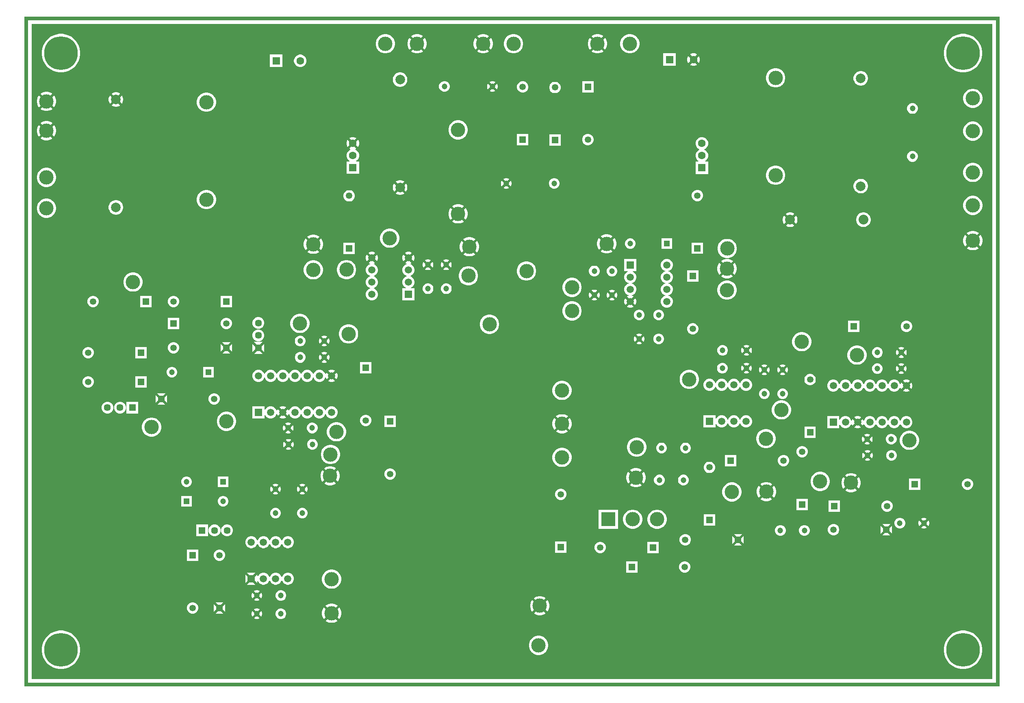
<source format=gbl>
G04*
G04 #@! TF.GenerationSoftware,Altium Limited,Altium Designer,23.2.1 (34)*
G04*
G04 Layer_Physical_Order=2*
G04 Layer_Color=16711680*
%FSLAX25Y25*%
%MOIN*%
G70*
G04*
G04 #@! TF.SameCoordinates,1F74CF32-30E3-40F9-B17E-286DAF11D5D8*
G04*
G04*
G04 #@! TF.FilePolarity,Positive*
G04*
G01*
G75*
%ADD13C,0.11811*%
%ADD14C,0.05906*%
%ADD15R,0.05906X0.05906*%
%ADD16C,0.04724*%
%ADD17C,0.05315*%
%ADD18R,0.05906X0.05906*%
%ADD19C,0.27559*%
%ADD20R,0.05315X0.05315*%
%ADD21C,0.07874*%
%ADD22C,0.06299*%
%ADD23R,0.06299X0.06299*%
%ADD24R,0.06299X0.06299*%
%ADD25R,0.05709X0.05709*%
%ADD26C,0.05709*%
%ADD27R,0.05709X0.05709*%
%ADD28R,0.05315X0.05315*%
%ADD29R,0.11811X0.11811*%
%ADD30R,0.04724X0.04724*%
%ADD31C,0.08000*%
G36*
X810000Y557000D02*
Y10000D01*
X13000Y10000D01*
Y10000D01*
X10000D01*
Y560000D01*
X810000D01*
Y557000D01*
D02*
G37*
%LPC*%
G36*
X807000D02*
X13000D01*
Y13000D01*
X807000D01*
Y557000D01*
D02*
G37*
%LPD*%
G36*
X804000Y16000D02*
X16000D01*
Y554000D01*
X804000D01*
Y16000D01*
D02*
G37*
%LPC*%
G36*
X387079Y545606D02*
X385521D01*
X383994Y545302D01*
X382555Y544706D01*
X381448Y543966D01*
X386300Y539114D01*
X391152Y543966D01*
X390045Y544706D01*
X388606Y545302D01*
X387079Y545606D01*
D02*
G37*
G36*
X480879D02*
X479321D01*
X477794Y545302D01*
X476355Y544706D01*
X475248Y543966D01*
X480100Y539114D01*
X484952Y543966D01*
X483845Y544706D01*
X482406Y545302D01*
X480879Y545606D01*
D02*
G37*
G36*
X332879D02*
X331321D01*
X329794Y545302D01*
X328355Y544706D01*
X327248Y543966D01*
X332100Y539114D01*
X336952Y543966D01*
X335845Y544706D01*
X334406Y545302D01*
X332879Y545606D01*
D02*
G37*
G36*
X486366Y542552D02*
X481514Y537700D01*
X486366Y532848D01*
X487106Y533955D01*
X487702Y535394D01*
X488005Y536921D01*
Y538479D01*
X487702Y540006D01*
X487106Y541445D01*
X486366Y542552D01*
D02*
G37*
G36*
X392566D02*
X387714Y537700D01*
X392566Y532848D01*
X393306Y533955D01*
X393902Y535394D01*
X394205Y536921D01*
Y538479D01*
X393902Y540006D01*
X393306Y541445D01*
X392566Y542552D01*
D02*
G37*
G36*
X338366D02*
X333514Y537700D01*
X338366Y532848D01*
X339106Y533955D01*
X339702Y535394D01*
X340005Y536921D01*
Y538479D01*
X339702Y540006D01*
X339106Y541445D01*
X338366Y542552D01*
D02*
G37*
G36*
X473834Y542552D02*
X473094Y541445D01*
X472498Y540006D01*
X472194Y538479D01*
Y536921D01*
X472498Y535394D01*
X473094Y533955D01*
X473834Y532848D01*
X478686Y537700D01*
X473834Y542552D01*
D02*
G37*
G36*
X380034D02*
X379294Y541445D01*
X378698Y540006D01*
X378395Y538479D01*
Y536921D01*
X378698Y535394D01*
X379294Y533955D01*
X380034Y532848D01*
X384886Y537700D01*
X380034Y542552D01*
D02*
G37*
G36*
X325834D02*
X325094Y541445D01*
X324498Y540006D01*
X324195Y538479D01*
Y536921D01*
X324498Y535394D01*
X325094Y533955D01*
X325834Y532848D01*
X330686Y537700D01*
X325834Y542552D01*
D02*
G37*
G36*
X507379Y545606D02*
X505821D01*
X504294Y545302D01*
X502855Y544706D01*
X501560Y543841D01*
X500459Y542739D01*
X499594Y541445D01*
X498998Y540006D01*
X498695Y538479D01*
Y536921D01*
X498998Y535394D01*
X499594Y533955D01*
X500459Y532660D01*
X501560Y531559D01*
X502855Y530694D01*
X504294Y530098D01*
X505821Y529795D01*
X507379D01*
X508906Y530098D01*
X510345Y530694D01*
X511639Y531559D01*
X512741Y532660D01*
X513606Y533955D01*
X514202Y535394D01*
X514505Y536921D01*
Y538479D01*
X514202Y540006D01*
X513606Y541445D01*
X512741Y542739D01*
X511639Y543841D01*
X510345Y544706D01*
X508906Y545302D01*
X507379Y545606D01*
D02*
G37*
G36*
X480100Y536286D02*
X475248Y531434D01*
X476355Y530694D01*
X477794Y530098D01*
X479321Y529795D01*
X480879D01*
X482406Y530098D01*
X483845Y530694D01*
X484952Y531434D01*
X480100Y536286D01*
D02*
G37*
G36*
X411979Y545606D02*
X410421D01*
X408894Y545302D01*
X407455Y544706D01*
X406160Y543841D01*
X405059Y542739D01*
X404194Y541445D01*
X403598Y540006D01*
X403295Y538479D01*
Y536921D01*
X403598Y535394D01*
X404194Y533955D01*
X405059Y532660D01*
X406160Y531559D01*
X407455Y530694D01*
X408894Y530098D01*
X410421Y529795D01*
X411979D01*
X413506Y530098D01*
X414945Y530694D01*
X416240Y531559D01*
X417341Y532660D01*
X418206Y533955D01*
X418802Y535394D01*
X419105Y536921D01*
Y538479D01*
X418802Y540006D01*
X418206Y541445D01*
X417341Y542739D01*
X416240Y543841D01*
X414945Y544706D01*
X413506Y545302D01*
X411979Y545606D01*
D02*
G37*
G36*
X386300Y536286D02*
X381448Y531434D01*
X382555Y530694D01*
X383994Y530098D01*
X385521Y529795D01*
X387079D01*
X388606Y530098D01*
X390045Y530694D01*
X391152Y531434D01*
X386300Y536286D01*
D02*
G37*
G36*
X332100D02*
X327248Y531434D01*
X328355Y530694D01*
X329794Y530098D01*
X331321Y529795D01*
X332879D01*
X334406Y530098D01*
X335845Y530694D01*
X336952Y531434D01*
X332100Y536286D01*
D02*
G37*
G36*
X306879Y545606D02*
X305321D01*
X303794Y545302D01*
X302355Y544706D01*
X301061Y543841D01*
X299959Y542739D01*
X299094Y541445D01*
X298498Y540006D01*
X298195Y538479D01*
Y536921D01*
X298498Y535394D01*
X299094Y533955D01*
X299959Y532660D01*
X301061Y531559D01*
X302355Y530694D01*
X303794Y530098D01*
X305321Y529795D01*
X306879D01*
X308406Y530098D01*
X309845Y530694D01*
X311139Y531559D01*
X312241Y532660D01*
X313106Y533955D01*
X313702Y535394D01*
X314005Y536921D01*
Y538479D01*
X313702Y540006D01*
X313106Y541445D01*
X312241Y542739D01*
X311139Y543841D01*
X309845Y544706D01*
X308406Y545302D01*
X306879Y545606D01*
D02*
G37*
G36*
X559563Y529850D02*
X558207D01*
X556897Y529499D01*
X556012Y528987D01*
X558885Y526114D01*
X561758Y528987D01*
X560873Y529499D01*
X559563Y529850D01*
D02*
G37*
G36*
X563172Y527573D02*
X560299Y524700D01*
X563172Y521827D01*
X563684Y522712D01*
X564035Y524022D01*
Y525378D01*
X563684Y526688D01*
X563172Y527573D01*
D02*
G37*
G36*
X554598Y527573D02*
X554086Y526688D01*
X553735Y525378D01*
Y524022D01*
X554086Y522712D01*
X554598Y521827D01*
X557471Y524700D01*
X554598Y527573D01*
D02*
G37*
G36*
X558885Y523286D02*
X556012Y520413D01*
X556897Y519901D01*
X558207Y519550D01*
X559563D01*
X560873Y519901D01*
X561758Y520413D01*
X558885Y523286D01*
D02*
G37*
G36*
X544350Y529850D02*
X534050D01*
Y519550D01*
X544350D01*
Y529850D01*
D02*
G37*
G36*
X236978Y528750D02*
X235622D01*
X234312Y528399D01*
X233138Y527721D01*
X232179Y526762D01*
X231501Y525588D01*
X231150Y524278D01*
Y522922D01*
X231501Y521612D01*
X232179Y520438D01*
X233138Y519479D01*
X234312Y518801D01*
X235622Y518450D01*
X236978D01*
X238288Y518801D01*
X239462Y519479D01*
X240421Y520438D01*
X241099Y521612D01*
X241450Y522922D01*
Y524278D01*
X241099Y525588D01*
X240421Y526762D01*
X239462Y527721D01*
X238288Y528399D01*
X236978Y528750D01*
D02*
G37*
G36*
X221765D02*
X211465D01*
Y518450D01*
X221765D01*
Y528750D01*
D02*
G37*
G36*
X781242Y545780D02*
X778758D01*
X776305Y545391D01*
X773943Y544624D01*
X771730Y543496D01*
X769720Y542036D01*
X767964Y540280D01*
X766504Y538270D01*
X765377Y536057D01*
X764609Y533695D01*
X764221Y531242D01*
Y528758D01*
X764609Y526305D01*
X765377Y523943D01*
X766504Y521730D01*
X767964Y519720D01*
X769720Y517964D01*
X771730Y516504D01*
X773943Y515377D01*
X776305Y514609D01*
X778758Y514221D01*
X781242D01*
X783695Y514609D01*
X786057Y515377D01*
X788270Y516504D01*
X790280Y517964D01*
X792036Y519720D01*
X793496Y521730D01*
X794624Y523943D01*
X795391Y526305D01*
X795780Y528758D01*
Y531242D01*
X795391Y533695D01*
X794624Y536057D01*
X793496Y538270D01*
X792036Y540280D01*
X790280Y542036D01*
X788270Y543496D01*
X786057Y544624D01*
X783695Y545391D01*
X781242Y545780D01*
D02*
G37*
G36*
X41242D02*
X38758D01*
X36305Y545391D01*
X33943Y544624D01*
X31730Y543496D01*
X29720Y542036D01*
X27964Y540280D01*
X26504Y538270D01*
X25376Y536057D01*
X24609Y533695D01*
X24220Y531242D01*
Y528758D01*
X24609Y526305D01*
X25376Y523943D01*
X26504Y521730D01*
X27964Y519720D01*
X29720Y517964D01*
X31730Y516504D01*
X33943Y515377D01*
X36305Y514609D01*
X38758Y514221D01*
X41242D01*
X43695Y514609D01*
X46057Y515377D01*
X48270Y516504D01*
X50280Y517964D01*
X52036Y519720D01*
X53496Y521730D01*
X54624Y523943D01*
X55391Y526305D01*
X55779Y528758D01*
Y531242D01*
X55391Y533695D01*
X54624Y536057D01*
X53496Y538270D01*
X52036Y540280D01*
X50280Y542036D01*
X48270Y543496D01*
X46057Y544624D01*
X43695Y545391D01*
X41242Y545780D01*
D02*
G37*
G36*
X394459Y506962D02*
X393311D01*
X392201Y506665D01*
X391588Y506311D01*
X393885Y504014D01*
X396182Y506311D01*
X395569Y506665D01*
X394459Y506962D01*
D02*
G37*
G36*
X696685Y515228D02*
X695515D01*
X694368Y515000D01*
X693288Y514553D01*
X692315Y513903D01*
X691488Y513076D01*
X690839Y512104D01*
X690391Y511023D01*
X690163Y509876D01*
Y508707D01*
X690391Y507560D01*
X690839Y506479D01*
X691488Y505507D01*
X692315Y504680D01*
X693288Y504030D01*
X694368Y503582D01*
X695515Y503354D01*
X696685D01*
X697832Y503582D01*
X698912Y504030D01*
X699885Y504680D01*
X700712Y505507D01*
X701361Y506479D01*
X701809Y507560D01*
X702037Y508707D01*
Y509876D01*
X701809Y511023D01*
X701361Y512104D01*
X700712Y513076D01*
X699885Y513903D01*
X698912Y514553D01*
X697832Y515000D01*
X696685Y515228D01*
D02*
G37*
G36*
X318785Y514128D02*
X317615D01*
X316468Y513900D01*
X315388Y513453D01*
X314415Y512803D01*
X313588Y511976D01*
X312939Y511004D01*
X312491Y509923D01*
X312263Y508776D01*
Y507607D01*
X312491Y506460D01*
X312939Y505379D01*
X313588Y504407D01*
X314415Y503580D01*
X315388Y502930D01*
X316468Y502483D01*
X317615Y502254D01*
X318785D01*
X319932Y502483D01*
X321012Y502930D01*
X321985Y503580D01*
X322812Y504407D01*
X323461Y505379D01*
X323909Y506460D01*
X324137Y507607D01*
Y508776D01*
X323909Y509923D01*
X323461Y511004D01*
X322812Y511976D01*
X321985Y512803D01*
X321012Y513453D01*
X319932Y513900D01*
X318785Y514128D01*
D02*
G37*
G36*
X626979Y517605D02*
X625421D01*
X623894Y517302D01*
X622455Y516706D01*
X621161Y515841D01*
X620059Y514740D01*
X619194Y513445D01*
X618598Y512006D01*
X618294Y510479D01*
Y508921D01*
X618598Y507394D01*
X619194Y505955D01*
X620059Y504661D01*
X621161Y503559D01*
X622455Y502694D01*
X623894Y502098D01*
X625421Y501794D01*
X626979D01*
X628506Y502098D01*
X629945Y502694D01*
X631240Y503559D01*
X632341Y504661D01*
X633206Y505955D01*
X633802Y507394D01*
X634105Y508921D01*
Y510479D01*
X633802Y512006D01*
X633206Y513445D01*
X632341Y514740D01*
X631240Y515841D01*
X629945Y516706D01*
X628506Y517302D01*
X626979Y517605D01*
D02*
G37*
G36*
X397596Y504897D02*
X395299Y502600D01*
X397596Y500303D01*
X397950Y500916D01*
X398247Y502026D01*
Y503174D01*
X397950Y504284D01*
X397596Y504897D01*
D02*
G37*
G36*
X390174Y504897D02*
X389820Y504284D01*
X389523Y503174D01*
Y502026D01*
X389820Y500916D01*
X390174Y500303D01*
X392471Y502600D01*
X390174Y504897D01*
D02*
G37*
G36*
X393885Y501186D02*
X391588Y498889D01*
X392201Y498535D01*
X393311Y498238D01*
X394459D01*
X395569Y498535D01*
X396182Y498889D01*
X393885Y501186D01*
D02*
G37*
G36*
X355089Y506962D02*
X353941D01*
X352831Y506665D01*
X351836Y506091D01*
X351024Y505278D01*
X350450Y504284D01*
X350153Y503174D01*
Y502026D01*
X350450Y500916D01*
X351024Y499922D01*
X351836Y499109D01*
X352831Y498535D01*
X353941Y498238D01*
X355089D01*
X356199Y498535D01*
X357193Y499109D01*
X358006Y499922D01*
X358580Y500916D01*
X358877Y502026D01*
Y503174D01*
X358580Y504284D01*
X358006Y505278D01*
X357193Y506091D01*
X356199Y506665D01*
X355089Y506962D01*
D02*
G37*
G36*
X476858Y506911D02*
X467543D01*
Y497596D01*
X476858D01*
Y506911D01*
D02*
G37*
G36*
X419413Y506811D02*
X418187D01*
X417002Y506494D01*
X415940Y505880D01*
X415073Y505013D01*
X414460Y503951D01*
X414143Y502767D01*
Y501540D01*
X414460Y500356D01*
X415073Y499294D01*
X415940Y498427D01*
X417002Y497814D01*
X418187Y497496D01*
X419413D01*
X420598Y497814D01*
X421660Y498427D01*
X422527Y499294D01*
X423140Y500356D01*
X423457Y501540D01*
Y502767D01*
X423140Y503951D01*
X422527Y505013D01*
X421660Y505880D01*
X420598Y506494D01*
X419413Y506811D01*
D02*
G37*
G36*
X445813Y506411D02*
X444587D01*
X443402Y506094D01*
X442340Y505480D01*
X441473Y504613D01*
X440860Y503551D01*
X440543Y502367D01*
Y501140D01*
X440860Y499956D01*
X441473Y498894D01*
X442340Y498027D01*
X443402Y497413D01*
X444587Y497096D01*
X445813D01*
X446998Y497413D01*
X448060Y498027D01*
X448927Y498894D01*
X449540Y499956D01*
X449858Y501140D01*
Y502367D01*
X449540Y503551D01*
X448927Y504613D01*
X448060Y505480D01*
X446998Y506094D01*
X445813Y506411D01*
D02*
G37*
G36*
X85685Y497828D02*
X84515D01*
X83368Y497600D01*
X82288Y497153D01*
X81667Y496738D01*
X85100Y493306D01*
X88533Y496738D01*
X87912Y497153D01*
X86832Y497600D01*
X85685Y497828D01*
D02*
G37*
G36*
X28879Y498306D02*
X27321D01*
X25794Y498002D01*
X24355Y497406D01*
X23248Y496666D01*
X28100Y491814D01*
X32952Y496666D01*
X31845Y497406D01*
X30406Y498002D01*
X28879Y498306D01*
D02*
G37*
G36*
X89947Y495324D02*
X86514Y491891D01*
X89947Y488459D01*
X90361Y489079D01*
X90809Y490160D01*
X91037Y491307D01*
Y492476D01*
X90809Y493623D01*
X90361Y494704D01*
X89947Y495324D01*
D02*
G37*
G36*
X80253Y495324D02*
X79839Y494704D01*
X79391Y493623D01*
X79163Y492476D01*
Y491307D01*
X79391Y490160D01*
X79839Y489079D01*
X80253Y488459D01*
X83686Y491891D01*
X80253Y495324D01*
D02*
G37*
G36*
X85100Y490477D02*
X81667Y487044D01*
X82288Y486630D01*
X83368Y486182D01*
X84515Y485954D01*
X85685D01*
X86832Y486182D01*
X87912Y486630D01*
X88533Y487044D01*
X85100Y490477D01*
D02*
G37*
G36*
X34366Y495252D02*
X29514Y490400D01*
X34366Y485548D01*
X35106Y486655D01*
X35702Y488094D01*
X36005Y489621D01*
Y491179D01*
X35702Y492706D01*
X35106Y494145D01*
X34366Y495252D01*
D02*
G37*
G36*
X21834Y495252D02*
X21094Y494145D01*
X20498Y492706D01*
X20195Y491179D01*
Y489621D01*
X20498Y488094D01*
X21094Y486655D01*
X21834Y485548D01*
X26686Y490400D01*
X21834Y495252D01*
D02*
G37*
G36*
X788779Y500705D02*
X787221D01*
X785694Y500402D01*
X784255Y499806D01*
X782961Y498941D01*
X781859Y497839D01*
X780994Y496545D01*
X780398Y495106D01*
X780094Y493579D01*
Y492021D01*
X780398Y490494D01*
X780994Y489055D01*
X781859Y487760D01*
X782961Y486659D01*
X784255Y485794D01*
X785694Y485198D01*
X787221Y484895D01*
X788779D01*
X790306Y485198D01*
X791745Y485794D01*
X793040Y486659D01*
X794141Y487760D01*
X795006Y489055D01*
X795602Y490494D01*
X795905Y492021D01*
Y493579D01*
X795602Y495106D01*
X795006Y496545D01*
X794141Y497839D01*
X793040Y498941D01*
X791745Y499806D01*
X790306Y500402D01*
X788779Y500705D01*
D02*
G37*
G36*
X28100Y488986D02*
X23248Y484134D01*
X24355Y483394D01*
X25794Y482798D01*
X27321Y482494D01*
X28879D01*
X30406Y482798D01*
X31845Y483394D01*
X32952Y484134D01*
X28100Y488986D01*
D02*
G37*
G36*
X160079Y497606D02*
X158521D01*
X156994Y497302D01*
X155555Y496706D01*
X154261Y495841D01*
X153159Y494739D01*
X152294Y493445D01*
X151698Y492006D01*
X151394Y490479D01*
Y488921D01*
X151698Y487394D01*
X152294Y485955D01*
X153159Y484660D01*
X154261Y483559D01*
X155555Y482694D01*
X156994Y482098D01*
X158521Y481795D01*
X160079D01*
X161606Y482098D01*
X163045Y482694D01*
X164339Y483559D01*
X165441Y484660D01*
X166306Y485955D01*
X166902Y487394D01*
X167206Y488921D01*
Y490479D01*
X166902Y492006D01*
X166306Y493445D01*
X165441Y494739D01*
X164339Y495841D01*
X163045Y496706D01*
X161606Y497302D01*
X160079Y497606D01*
D02*
G37*
G36*
X739074Y488832D02*
X737926D01*
X736816Y488535D01*
X735822Y487961D01*
X735009Y487149D01*
X734435Y486154D01*
X734138Y485044D01*
Y483896D01*
X734435Y482786D01*
X735009Y481792D01*
X735822Y480979D01*
X736816Y480405D01*
X737926Y480108D01*
X739074D01*
X740184Y480405D01*
X741178Y480979D01*
X741991Y481792D01*
X742565Y482786D01*
X742862Y483896D01*
Y485044D01*
X742565Y486154D01*
X741991Y487149D01*
X741178Y487961D01*
X740184Y488535D01*
X739074Y488832D01*
D02*
G37*
G36*
X28879Y474106D02*
X27321D01*
X25794Y473802D01*
X24355Y473206D01*
X23248Y472466D01*
X28100Y467614D01*
X32952Y472466D01*
X31845Y473206D01*
X30406Y473802D01*
X28879Y474106D01*
D02*
G37*
G36*
X34366Y471052D02*
X29514Y466200D01*
X34366Y461348D01*
X35106Y462455D01*
X35702Y463894D01*
X36005Y465421D01*
Y466979D01*
X35702Y468506D01*
X35106Y469945D01*
X34366Y471052D01*
D02*
G37*
G36*
X21834Y471052D02*
X21094Y469945D01*
X20498Y468506D01*
X20195Y466979D01*
Y465421D01*
X20498Y463894D01*
X21094Y462455D01*
X21834Y461348D01*
X26686Y466200D01*
X21834Y471052D01*
D02*
G37*
G36*
X366579Y474805D02*
X365021D01*
X363494Y474502D01*
X362055Y473906D01*
X360760Y473041D01*
X359659Y471940D01*
X358794Y470645D01*
X358198Y469206D01*
X357894Y467679D01*
Y466121D01*
X358198Y464594D01*
X358794Y463155D01*
X359659Y461861D01*
X360760Y460759D01*
X362055Y459894D01*
X363494Y459298D01*
X365021Y458994D01*
X366579D01*
X368106Y459298D01*
X369545Y459894D01*
X370840Y460759D01*
X371941Y461861D01*
X372806Y463155D01*
X373402Y464594D01*
X373706Y466121D01*
Y467679D01*
X373402Y469206D01*
X372806Y470645D01*
X371941Y471940D01*
X370840Y473041D01*
X369545Y473906D01*
X368106Y474502D01*
X366579Y474805D01*
D02*
G37*
G36*
X28100Y464786D02*
X23248Y459934D01*
X24355Y459194D01*
X25794Y458598D01*
X27321Y458294D01*
X28879D01*
X30406Y458598D01*
X31845Y459194D01*
X32952Y459934D01*
X28100Y464786D01*
D02*
G37*
G36*
X788779Y473806D02*
X787221D01*
X785694Y473502D01*
X784255Y472906D01*
X782961Y472041D01*
X781859Y470939D01*
X780994Y469645D01*
X780398Y468206D01*
X780094Y466679D01*
Y465121D01*
X780398Y463594D01*
X780994Y462155D01*
X781859Y460860D01*
X782961Y459759D01*
X784255Y458894D01*
X785694Y458298D01*
X787221Y457995D01*
X788779D01*
X790306Y458298D01*
X791745Y458894D01*
X793040Y459759D01*
X794141Y460860D01*
X795006Y462155D01*
X795602Y463594D01*
X795905Y465121D01*
Y466679D01*
X795602Y468206D01*
X795006Y469645D01*
X794141Y470939D01*
X793040Y472041D01*
X791745Y472906D01*
X790306Y473502D01*
X788779Y473806D01*
D02*
G37*
G36*
X280078Y461050D02*
X278722D01*
X277412Y460699D01*
X276527Y460187D01*
X279400Y457314D01*
X282273Y460187D01*
X281388Y460699D01*
X280078Y461050D01*
D02*
G37*
G36*
X472813Y463604D02*
X471587D01*
X470402Y463286D01*
X469340Y462673D01*
X468473Y461806D01*
X467860Y460744D01*
X467543Y459560D01*
Y458333D01*
X467860Y457149D01*
X468473Y456087D01*
X469340Y455220D01*
X470402Y454606D01*
X471587Y454289D01*
X472813D01*
X473998Y454606D01*
X475060Y455220D01*
X475927Y456087D01*
X476540Y457149D01*
X476858Y458333D01*
Y459560D01*
X476540Y460744D01*
X475927Y461806D01*
X475060Y462673D01*
X473998Y463286D01*
X472813Y463604D01*
D02*
G37*
G36*
X423457Y463504D02*
X414143D01*
Y454189D01*
X423457D01*
Y463504D01*
D02*
G37*
G36*
X449858Y463104D02*
X440543D01*
Y453789D01*
X449858D01*
Y463104D01*
D02*
G37*
G36*
X275113Y458773D02*
X274601Y457888D01*
X274250Y456578D01*
Y455222D01*
X274601Y453912D01*
X275113Y453027D01*
X277986Y455900D01*
X275113Y458773D01*
D02*
G37*
G36*
X283687Y458773D02*
X280814Y455900D01*
X283687Y453027D01*
X284199Y453912D01*
X284550Y455222D01*
Y456578D01*
X284199Y457888D01*
X283687Y458773D01*
D02*
G37*
G36*
X739074Y449462D02*
X737926D01*
X736816Y449165D01*
X735822Y448591D01*
X735009Y447778D01*
X734435Y446784D01*
X734138Y445674D01*
Y444526D01*
X734435Y443416D01*
X735009Y442422D01*
X735822Y441609D01*
X736816Y441035D01*
X737926Y440738D01*
X739074D01*
X740184Y441035D01*
X741178Y441609D01*
X741991Y442422D01*
X742565Y443416D01*
X742862Y444526D01*
Y445674D01*
X742565Y446784D01*
X741991Y447778D01*
X741178Y448591D01*
X740184Y449165D01*
X739074Y449462D01*
D02*
G37*
G36*
X279400Y454486D02*
X276527Y451613D01*
X277279Y451178D01*
X277323Y451019D01*
Y450781D01*
X277279Y450622D01*
X276238Y450021D01*
X275279Y449062D01*
X274601Y447888D01*
X274250Y446578D01*
Y445222D01*
X274601Y443912D01*
X275279Y442738D01*
X276238Y441779D01*
X276636Y441550D01*
X276502Y441050D01*
X274250D01*
Y430750D01*
X284550D01*
Y441050D01*
X282298D01*
X282164Y441550D01*
X282562Y441779D01*
X283521Y442738D01*
X284199Y443912D01*
X284550Y445222D01*
Y446578D01*
X284199Y447888D01*
X283521Y449062D01*
X282562Y450021D01*
X281521Y450622D01*
X281477Y450781D01*
Y451019D01*
X281521Y451178D01*
X282273Y451613D01*
X279400Y454486D01*
D02*
G37*
G36*
X566378Y460950D02*
X565022D01*
X563712Y460599D01*
X562538Y459921D01*
X561579Y458962D01*
X560901Y457788D01*
X560550Y456478D01*
Y455122D01*
X560901Y453812D01*
X561579Y452638D01*
X562538Y451679D01*
X563579Y451078D01*
X563623Y450919D01*
Y450681D01*
X563579Y450522D01*
X562538Y449921D01*
X561579Y448962D01*
X560901Y447788D01*
X560550Y446478D01*
Y445122D01*
X560901Y443812D01*
X561579Y442638D01*
X562538Y441679D01*
X562936Y441450D01*
X562802Y440950D01*
X560550D01*
Y430650D01*
X570850D01*
Y440950D01*
X568598D01*
X568464Y441450D01*
X568862Y441679D01*
X569821Y442638D01*
X570499Y443812D01*
X570850Y445122D01*
Y446478D01*
X570499Y447788D01*
X569821Y448962D01*
X568862Y449921D01*
X567821Y450522D01*
X567777Y450681D01*
Y450919D01*
X567821Y451078D01*
X568862Y451679D01*
X569821Y452638D01*
X570499Y453812D01*
X570850Y455122D01*
Y456478D01*
X570499Y457788D01*
X569821Y458962D01*
X568862Y459921D01*
X567688Y460599D01*
X566378Y460950D01*
D02*
G37*
G36*
X405789Y427362D02*
X404641D01*
X403531Y427065D01*
X402918Y426711D01*
X405215Y424414D01*
X407512Y426711D01*
X406899Y427065D01*
X405789Y427362D01*
D02*
G37*
G36*
X788779Y439906D02*
X787221D01*
X785694Y439602D01*
X784255Y439006D01*
X782961Y438141D01*
X781859Y437040D01*
X780994Y435745D01*
X780398Y434306D01*
X780094Y432779D01*
Y431221D01*
X780398Y429694D01*
X780994Y428255D01*
X781859Y426961D01*
X782961Y425859D01*
X784255Y424994D01*
X785694Y424398D01*
X787221Y424094D01*
X788779D01*
X790306Y424398D01*
X791745Y424994D01*
X793040Y425859D01*
X794141Y426961D01*
X795006Y428255D01*
X795602Y429694D01*
X795905Y431221D01*
Y432779D01*
X795602Y434306D01*
X795006Y435745D01*
X794141Y437040D01*
X793040Y438141D01*
X791745Y439006D01*
X790306Y439602D01*
X788779Y439906D01*
D02*
G37*
G36*
X626979Y437605D02*
X625421D01*
X623894Y437302D01*
X622455Y436706D01*
X621161Y435841D01*
X620059Y434739D01*
X619194Y433445D01*
X618598Y432006D01*
X618294Y430479D01*
Y428921D01*
X618598Y427394D01*
X619194Y425955D01*
X620059Y424660D01*
X621161Y423559D01*
X622455Y422694D01*
X623894Y422098D01*
X625421Y421795D01*
X626979D01*
X628506Y422098D01*
X629945Y422694D01*
X631240Y423559D01*
X632341Y424660D01*
X633206Y425955D01*
X633802Y427394D01*
X634105Y428921D01*
Y430479D01*
X633802Y432006D01*
X633206Y433445D01*
X632341Y434739D01*
X631240Y435841D01*
X629945Y436706D01*
X628506Y437302D01*
X626979Y437605D01*
D02*
G37*
G36*
X318785Y425546D02*
X317615D01*
X316468Y425317D01*
X315388Y424870D01*
X314767Y424455D01*
X318200Y421023D01*
X321633Y424455D01*
X321012Y424870D01*
X319932Y425317D01*
X318785Y425546D01*
D02*
G37*
G36*
X401504Y425297D02*
X401150Y424684D01*
X400853Y423574D01*
Y422426D01*
X401150Y421316D01*
X401504Y420703D01*
X403801Y423000D01*
X401504Y425297D01*
D02*
G37*
G36*
X408926D02*
X406629Y423000D01*
X408926Y420703D01*
X409280Y421316D01*
X409577Y422426D01*
Y423574D01*
X409280Y424684D01*
X408926Y425297D01*
D02*
G37*
G36*
X28879Y435806D02*
X27321D01*
X25794Y435502D01*
X24355Y434906D01*
X23061Y434041D01*
X21959Y432939D01*
X21094Y431645D01*
X20498Y430206D01*
X20195Y428679D01*
Y427121D01*
X20498Y425594D01*
X21094Y424155D01*
X21959Y422860D01*
X23061Y421759D01*
X24355Y420894D01*
X25794Y420298D01*
X27321Y419994D01*
X28879D01*
X30406Y420298D01*
X31845Y420894D01*
X33140Y421759D01*
X34241Y422860D01*
X35106Y424155D01*
X35702Y425594D01*
X36005Y427121D01*
Y428679D01*
X35702Y430206D01*
X35106Y431645D01*
X34241Y432939D01*
X33140Y434041D01*
X31845Y434906D01*
X30406Y435502D01*
X28879Y435806D01*
D02*
G37*
G36*
X445159Y427362D02*
X444011D01*
X442901Y427065D01*
X441907Y426491D01*
X441094Y425678D01*
X440520Y424684D01*
X440223Y423574D01*
Y422426D01*
X440520Y421316D01*
X441094Y420322D01*
X441907Y419509D01*
X442901Y418935D01*
X444011Y418638D01*
X445159D01*
X446269Y418935D01*
X447263Y419509D01*
X448076Y420322D01*
X448650Y421316D01*
X448947Y422426D01*
Y423574D01*
X448650Y424684D01*
X448076Y425678D01*
X447263Y426491D01*
X446269Y427065D01*
X445159Y427362D01*
D02*
G37*
G36*
X405215Y421586D02*
X402918Y419289D01*
X403531Y418935D01*
X404641Y418638D01*
X405789D01*
X406899Y418935D01*
X407512Y419289D01*
X405215Y421586D01*
D02*
G37*
G36*
X323047Y423041D02*
X319614Y419609D01*
X323047Y416176D01*
X323461Y416796D01*
X323909Y417877D01*
X324137Y419024D01*
Y420193D01*
X323909Y421340D01*
X323461Y422421D01*
X323047Y423041D01*
D02*
G37*
G36*
X313353Y423041D02*
X312939Y422421D01*
X312491Y421340D01*
X312263Y420193D01*
Y419024D01*
X312491Y417877D01*
X312939Y416796D01*
X313353Y416176D01*
X316786Y419609D01*
X313353Y423041D01*
D02*
G37*
G36*
X696685Y426646D02*
X695515D01*
X694368Y426417D01*
X693288Y425970D01*
X692315Y425320D01*
X691488Y424493D01*
X690839Y423521D01*
X690391Y422440D01*
X690163Y421293D01*
Y420124D01*
X690391Y418977D01*
X690839Y417896D01*
X691488Y416924D01*
X692315Y416097D01*
X693288Y415447D01*
X694368Y415000D01*
X695515Y414772D01*
X696685D01*
X697832Y415000D01*
X698912Y415447D01*
X699885Y416097D01*
X700712Y416924D01*
X701361Y417896D01*
X701809Y418977D01*
X702037Y420124D01*
Y421293D01*
X701809Y422440D01*
X701361Y423521D01*
X700712Y424493D01*
X699885Y425320D01*
X698912Y425970D01*
X697832Y426417D01*
X696685Y426646D01*
D02*
G37*
G36*
X318200Y418194D02*
X314767Y414762D01*
X315388Y414347D01*
X316468Y413900D01*
X317615Y413672D01*
X318785D01*
X319932Y413900D01*
X321012Y414347D01*
X321633Y414762D01*
X318200Y418194D01*
D02*
G37*
G36*
X562713Y417711D02*
X561487D01*
X560302Y417394D01*
X559240Y416781D01*
X558373Y415913D01*
X557760Y414851D01*
X557443Y413667D01*
Y412440D01*
X557760Y411256D01*
X558373Y410194D01*
X559240Y409327D01*
X560302Y408713D01*
X561487Y408396D01*
X562713D01*
X563898Y408713D01*
X564960Y409327D01*
X565827Y410194D01*
X566440Y411256D01*
X566757Y412440D01*
Y413667D01*
X566440Y414851D01*
X565827Y415913D01*
X564960Y416781D01*
X563898Y417394D01*
X562713Y417711D01*
D02*
G37*
G36*
X277013Y417411D02*
X275787D01*
X274602Y417094D01*
X273540Y416480D01*
X272673Y415613D01*
X272060Y414551D01*
X271743Y413367D01*
Y412140D01*
X272060Y410956D01*
X272673Y409894D01*
X273540Y409027D01*
X274602Y408414D01*
X275787Y408096D01*
X277013D01*
X278198Y408414D01*
X279260Y409027D01*
X280127Y409894D01*
X280740Y410956D01*
X281058Y412140D01*
Y413367D01*
X280740Y414551D01*
X280127Y415613D01*
X279260Y416480D01*
X278198Y417094D01*
X277013Y417411D01*
D02*
G37*
G36*
X160079Y417605D02*
X158521D01*
X156994Y417302D01*
X155555Y416706D01*
X154261Y415841D01*
X153159Y414740D01*
X152294Y413445D01*
X151698Y412006D01*
X151394Y410479D01*
Y408921D01*
X151698Y407394D01*
X152294Y405955D01*
X153159Y404661D01*
X154261Y403559D01*
X155555Y402694D01*
X156994Y402098D01*
X158521Y401794D01*
X160079D01*
X161606Y402098D01*
X163045Y402694D01*
X164339Y403559D01*
X165441Y404661D01*
X166306Y405955D01*
X166902Y407394D01*
X167206Y408921D01*
Y410479D01*
X166902Y412006D01*
X166306Y413445D01*
X165441Y414740D01*
X164339Y415841D01*
X163045Y416706D01*
X161606Y417302D01*
X160079Y417605D01*
D02*
G37*
G36*
X366579Y405908D02*
X365021D01*
X363494Y405604D01*
X362055Y405008D01*
X360948Y404268D01*
X365800Y399417D01*
X370652Y404268D01*
X369545Y405008D01*
X368106Y405604D01*
X366579Y405908D01*
D02*
G37*
G36*
X85685Y409246D02*
X84515D01*
X83368Y409018D01*
X82288Y408570D01*
X81315Y407920D01*
X80488Y407093D01*
X79839Y406121D01*
X79391Y405040D01*
X79163Y403893D01*
Y402724D01*
X79391Y401577D01*
X79839Y400496D01*
X80488Y399524D01*
X81315Y398697D01*
X82288Y398047D01*
X83368Y397600D01*
X84515Y397372D01*
X85685D01*
X86832Y397600D01*
X87912Y398047D01*
X88885Y398697D01*
X89712Y399524D01*
X90361Y400496D01*
X90809Y401577D01*
X91037Y402724D01*
Y403893D01*
X90809Y405040D01*
X90361Y406121D01*
X89712Y407093D01*
X88885Y407920D01*
X87912Y408570D01*
X86832Y409018D01*
X85685Y409246D01*
D02*
G37*
G36*
X788779Y412806D02*
X787221D01*
X785694Y412502D01*
X784255Y411906D01*
X782961Y411041D01*
X781859Y409939D01*
X780994Y408645D01*
X780398Y407206D01*
X780094Y405679D01*
Y404121D01*
X780398Y402594D01*
X780994Y401155D01*
X781859Y399861D01*
X782961Y398759D01*
X784255Y397894D01*
X785694Y397298D01*
X787221Y396994D01*
X788779D01*
X790306Y397298D01*
X791745Y397894D01*
X793040Y398759D01*
X794141Y399861D01*
X795006Y401155D01*
X795602Y402594D01*
X795905Y404121D01*
Y405679D01*
X795602Y407206D01*
X795006Y408645D01*
X794141Y409939D01*
X793040Y411041D01*
X791745Y411906D01*
X790306Y412502D01*
X788779Y412806D01*
D02*
G37*
G36*
X28879Y410505D02*
X27321D01*
X25794Y410202D01*
X24355Y409606D01*
X23061Y408741D01*
X21959Y407640D01*
X21094Y406345D01*
X20498Y404906D01*
X20195Y403379D01*
Y401821D01*
X20498Y400294D01*
X21094Y398855D01*
X21959Y397561D01*
X23061Y396459D01*
X24355Y395594D01*
X25794Y394998D01*
X27321Y394694D01*
X28879D01*
X30406Y394998D01*
X31845Y395594D01*
X33140Y396459D01*
X34241Y397561D01*
X35106Y398855D01*
X35702Y400294D01*
X36005Y401821D01*
Y403379D01*
X35702Y404906D01*
X35106Y406345D01*
X34241Y407640D01*
X33140Y408741D01*
X31845Y409606D01*
X30406Y410202D01*
X28879Y410505D01*
D02*
G37*
G36*
X638691Y399100D02*
X637509D01*
X636350Y398869D01*
X635258Y398417D01*
X634622Y397992D01*
X638100Y394514D01*
X641578Y397992D01*
X640942Y398417D01*
X639850Y398869D01*
X638691Y399100D01*
D02*
G37*
G36*
X359534Y402854D02*
X358794Y401747D01*
X358198Y400308D01*
X357894Y398781D01*
Y397224D01*
X358198Y395696D01*
X358794Y394258D01*
X359534Y393151D01*
X364386Y398002D01*
X359534Y402854D01*
D02*
G37*
G36*
X372066Y402854D02*
X367214Y398002D01*
X372066Y393151D01*
X372806Y394258D01*
X373402Y395696D01*
X373706Y397224D01*
Y398781D01*
X373402Y400308D01*
X372806Y401747D01*
X372066Y402854D01*
D02*
G37*
G36*
X365800Y396588D02*
X360948Y391736D01*
X362055Y390997D01*
X363494Y390401D01*
X365021Y390097D01*
X366579D01*
X368106Y390401D01*
X369545Y390997D01*
X370652Y391736D01*
X365800Y396588D01*
D02*
G37*
G36*
X642992Y396578D02*
X639514Y393100D01*
X642992Y389622D01*
X643417Y390258D01*
X643869Y391350D01*
X644100Y392509D01*
Y393691D01*
X643869Y394850D01*
X643417Y395942D01*
X642992Y396578D01*
D02*
G37*
G36*
X633208D02*
X632783Y395942D01*
X632331Y394850D01*
X632100Y393691D01*
Y392509D01*
X632331Y391350D01*
X632783Y390258D01*
X633208Y389622D01*
X636686Y393100D01*
X633208Y396578D01*
D02*
G37*
G36*
X698891Y399100D02*
X697709D01*
X696550Y398869D01*
X695458Y398417D01*
X694475Y397761D01*
X693640Y396925D01*
X692983Y395942D01*
X692531Y394850D01*
X692300Y393691D01*
Y392509D01*
X692531Y391350D01*
X692983Y390258D01*
X693640Y389275D01*
X694475Y388439D01*
X695458Y387783D01*
X696550Y387331D01*
X697709Y387100D01*
X698891D01*
X700050Y387331D01*
X701142Y387783D01*
X702125Y388439D01*
X702960Y389275D01*
X703617Y390258D01*
X704069Y391350D01*
X704300Y392509D01*
Y393691D01*
X704069Y394850D01*
X703617Y395942D01*
X702960Y396925D01*
X702125Y397761D01*
X701142Y398417D01*
X700050Y398869D01*
X698891Y399100D01*
D02*
G37*
G36*
X638100Y391686D02*
X634622Y388208D01*
X635258Y387783D01*
X636350Y387331D01*
X637509Y387100D01*
X638691D01*
X639850Y387331D01*
X640942Y387783D01*
X641578Y388208D01*
X638100Y391686D01*
D02*
G37*
G36*
X788779Y383906D02*
X787221D01*
X785694Y383602D01*
X784255Y383006D01*
X783148Y382266D01*
X788000Y377414D01*
X792852Y382266D01*
X791745Y383006D01*
X790306Y383602D01*
X788779Y383906D01*
D02*
G37*
G36*
X488379Y381306D02*
X486821D01*
X485294Y381002D01*
X483855Y380406D01*
X482748Y379666D01*
X487600Y374814D01*
X492452Y379666D01*
X491345Y380406D01*
X489906Y381002D01*
X488379Y381306D01*
D02*
G37*
G36*
X247779Y380906D02*
X246221D01*
X244694Y380602D01*
X243255Y380006D01*
X242148Y379266D01*
X247000Y374414D01*
X251852Y379266D01*
X250745Y380006D01*
X249306Y380602D01*
X247779Y380906D01*
D02*
G37*
G36*
X375779Y378906D02*
X374221D01*
X372694Y378602D01*
X371255Y378006D01*
X370148Y377266D01*
X375000Y372414D01*
X379852Y377266D01*
X378745Y378006D01*
X377306Y378602D01*
X375779Y378906D01*
D02*
G37*
G36*
X794266Y380852D02*
X789414Y376000D01*
X794266Y371148D01*
X795006Y372255D01*
X795602Y373694D01*
X795905Y375221D01*
Y376779D01*
X795602Y378306D01*
X795006Y379745D01*
X794266Y380852D01*
D02*
G37*
G36*
X781734Y380852D02*
X780994Y379745D01*
X780398Y378306D01*
X780094Y376779D01*
Y375221D01*
X780398Y373694D01*
X780994Y372255D01*
X781734Y371148D01*
X786586Y376000D01*
X781734Y380852D01*
D02*
G37*
G36*
X310479Y385906D02*
X308921D01*
X307394Y385602D01*
X305955Y385006D01*
X304661Y384141D01*
X303559Y383039D01*
X302694Y381745D01*
X302098Y380306D01*
X301795Y378779D01*
Y377221D01*
X302098Y375694D01*
X302694Y374255D01*
X303559Y372960D01*
X304661Y371859D01*
X305955Y370994D01*
X307394Y370398D01*
X308921Y370094D01*
X310479D01*
X312006Y370398D01*
X313445Y370994D01*
X314739Y371859D01*
X315841Y372960D01*
X316706Y374255D01*
X317302Y375694D01*
X317605Y377221D01*
Y378779D01*
X317302Y380306D01*
X316706Y381745D01*
X315841Y383039D01*
X314739Y384141D01*
X313445Y385006D01*
X312006Y385602D01*
X310479Y385906D01*
D02*
G37*
G36*
X541374Y377862D02*
X532650D01*
Y369138D01*
X541374D01*
Y377862D01*
D02*
G37*
G36*
X507562D02*
X506414D01*
X505304Y377565D01*
X504310Y376991D01*
X503498Y376179D01*
X502923Y375184D01*
X502626Y374074D01*
Y372926D01*
X502923Y371816D01*
X503498Y370821D01*
X504310Y370009D01*
X505304Y369435D01*
X506414Y369138D01*
X507562D01*
X508672Y369435D01*
X509667Y370009D01*
X510479Y370821D01*
X511053Y371816D01*
X511350Y372926D01*
Y374074D01*
X511053Y375184D01*
X510479Y376179D01*
X509667Y376991D01*
X508672Y377565D01*
X507562Y377862D01*
D02*
G37*
G36*
X481334Y378252D02*
X480594Y377145D01*
X479998Y375706D01*
X479695Y374179D01*
Y372621D01*
X479998Y371094D01*
X480594Y369655D01*
X481334Y368548D01*
X486186Y373400D01*
X481334Y378252D01*
D02*
G37*
G36*
X493866Y378252D02*
X489014Y373400D01*
X493866Y368548D01*
X494606Y369655D01*
X495202Y371094D01*
X495506Y372621D01*
Y374179D01*
X495202Y375706D01*
X494606Y377145D01*
X493866Y378252D01*
D02*
G37*
G36*
X253266Y377852D02*
X248414Y373000D01*
X253266Y368148D01*
X254006Y369255D01*
X254602Y370694D01*
X254906Y372221D01*
Y373779D01*
X254602Y375306D01*
X254006Y376745D01*
X253266Y377852D01*
D02*
G37*
G36*
X240734Y377852D02*
X239994Y376745D01*
X239398Y375306D01*
X239094Y373779D01*
Y372221D01*
X239398Y370694D01*
X239994Y369255D01*
X240734Y368148D01*
X245586Y373000D01*
X240734Y377852D01*
D02*
G37*
G36*
X788000Y374586D02*
X783148Y369734D01*
X784255Y368994D01*
X785694Y368398D01*
X787221Y368094D01*
X788779D01*
X790306Y368398D01*
X791745Y368994D01*
X792852Y369734D01*
X788000Y374586D01*
D02*
G37*
G36*
X368734Y375852D02*
X367994Y374745D01*
X367398Y373306D01*
X367094Y371779D01*
Y370221D01*
X367398Y368694D01*
X367994Y367255D01*
X368734Y366148D01*
X373586Y371000D01*
X368734Y375852D01*
D02*
G37*
G36*
X381266Y375852D02*
X376414Y371000D01*
X381266Y366148D01*
X382006Y367255D01*
X382602Y368694D01*
X382906Y370221D01*
Y371779D01*
X382602Y373306D01*
X382006Y374745D01*
X381266Y375852D01*
D02*
G37*
G36*
X487600Y371986D02*
X482748Y367134D01*
X483855Y366394D01*
X485294Y365798D01*
X486821Y365494D01*
X488379D01*
X489906Y365798D01*
X491345Y366394D01*
X492452Y367134D01*
X487600Y371986D01*
D02*
G37*
G36*
X247000Y371586D02*
X242148Y366734D01*
X243255Y365994D01*
X244694Y365398D01*
X246221Y365094D01*
X247779D01*
X249306Y365398D01*
X250745Y365994D01*
X251852Y366734D01*
X247000Y371586D01*
D02*
G37*
G36*
X566757Y374404D02*
X557443D01*
Y365089D01*
X566757D01*
Y374404D01*
D02*
G37*
G36*
X281058Y374104D02*
X271743D01*
Y364789D01*
X281058D01*
Y374104D01*
D02*
G37*
G36*
X295752Y366753D02*
X294448D01*
X293188Y366415D01*
X292371Y365943D01*
X295100Y363214D01*
X297829Y365943D01*
X297012Y366415D01*
X295752Y366753D01*
D02*
G37*
G36*
X325752D02*
X324448D01*
X323188Y366415D01*
X322371Y365943D01*
X325100Y363214D01*
X327829Y365943D01*
X327012Y366415D01*
X325752Y366753D01*
D02*
G37*
G36*
X375000Y369586D02*
X370148Y364734D01*
X371255Y363994D01*
X372694Y363398D01*
X374221Y363094D01*
X375779D01*
X377306Y363398D01*
X378745Y363994D01*
X379852Y364734D01*
X375000Y369586D01*
D02*
G37*
G36*
X587279Y377406D02*
X585721D01*
X584194Y377102D01*
X582755Y376506D01*
X581461Y375641D01*
X580359Y374539D01*
X579494Y373245D01*
X578898Y371806D01*
X578594Y370279D01*
Y368721D01*
X578898Y367194D01*
X579494Y365755D01*
X580359Y364460D01*
X581461Y363359D01*
X582755Y362494D01*
X584194Y361898D01*
X585721Y361595D01*
X587279D01*
X588806Y361898D01*
X590245Y362494D01*
X591539Y363359D01*
X592641Y364460D01*
X593506Y365755D01*
X594102Y367194D01*
X594406Y368721D01*
Y370279D01*
X594102Y371806D01*
X593506Y373245D01*
X592641Y374539D01*
X591539Y375641D01*
X590245Y376506D01*
X588806Y377102D01*
X587279Y377406D01*
D02*
G37*
G36*
X320957Y364529D02*
X320485Y363712D01*
X320147Y362452D01*
Y361148D01*
X320485Y359888D01*
X320957Y359071D01*
X323686Y361800D01*
X320957Y364529D01*
D02*
G37*
G36*
X290957D02*
X290485Y363712D01*
X290147Y362452D01*
Y361148D01*
X290485Y359888D01*
X290957Y359071D01*
X293686Y361800D01*
X290957Y364529D01*
D02*
G37*
G36*
X299243Y364529D02*
X296514Y361800D01*
X299243Y359071D01*
X299715Y359888D01*
X300053Y361148D01*
Y362452D01*
X299715Y363712D01*
X299243Y364529D01*
D02*
G37*
G36*
X329243D02*
X326514Y361800D01*
X329243Y359071D01*
X329715Y359888D01*
X330053Y361148D01*
Y362452D01*
X329715Y363712D01*
X329243Y364529D01*
D02*
G37*
G36*
X356674Y360505D02*
X355526D01*
X354416Y360207D01*
X353803Y359854D01*
X356100Y357557D01*
X358397Y359854D01*
X357784Y360207D01*
X356674Y360505D01*
D02*
G37*
G36*
X341674D02*
X340526D01*
X339416Y360207D01*
X338803Y359854D01*
X341100Y357557D01*
X343397Y359854D01*
X342784Y360207D01*
X341674Y360505D01*
D02*
G37*
G36*
X587179Y360806D02*
X585621D01*
X584094Y360502D01*
X582655Y359906D01*
X581548Y359166D01*
X586400Y354314D01*
X591252Y359166D01*
X590145Y359906D01*
X588706Y360502D01*
X587179Y360806D01*
D02*
G37*
G36*
X337389Y358439D02*
X337035Y357826D01*
X336738Y356717D01*
Y355568D01*
X337035Y354459D01*
X337389Y353846D01*
X339686Y356142D01*
X337389Y358439D01*
D02*
G37*
G36*
X352389D02*
X352035Y357826D01*
X351738Y356717D01*
Y355568D01*
X352035Y354459D01*
X352389Y353846D01*
X354686Y356142D01*
X352389Y358439D01*
D02*
G37*
G36*
X359811Y358439D02*
X357514Y356142D01*
X359811Y353846D01*
X360165Y354459D01*
X360462Y355568D01*
Y356717D01*
X360165Y357826D01*
X359811Y358439D01*
D02*
G37*
G36*
X344811D02*
X342514Y356142D01*
X344811Y353846D01*
X345165Y354459D01*
X345462Y355568D01*
Y356717D01*
X345165Y357826D01*
X344811Y358439D01*
D02*
G37*
G36*
X356100Y354728D02*
X353803Y352432D01*
X354416Y352078D01*
X355526Y351780D01*
X356674D01*
X357784Y352078D01*
X358397Y352432D01*
X356100Y354728D01*
D02*
G37*
G36*
X341100D02*
X338803Y352432D01*
X339416Y352078D01*
X340526Y351780D01*
X341674D01*
X342784Y352078D01*
X343397Y352432D01*
X341100Y354728D01*
D02*
G37*
G36*
X580134Y357752D02*
X579394Y356645D01*
X578798Y355206D01*
X578495Y353679D01*
Y352121D01*
X578798Y350594D01*
X579394Y349155D01*
X580134Y348048D01*
X584986Y352900D01*
X580134Y357752D01*
D02*
G37*
G36*
X592666Y357752D02*
X587814Y352900D01*
X592666Y348048D01*
X593406Y349155D01*
X594002Y350594D01*
X594306Y352121D01*
Y353679D01*
X594002Y355206D01*
X593406Y356645D01*
X592666Y357752D01*
D02*
G37*
G36*
X478074Y355405D02*
X476926D01*
X475816Y355107D01*
X474822Y354533D01*
X474009Y353721D01*
X473435Y352726D01*
X473138Y351617D01*
Y350468D01*
X473435Y349359D01*
X474009Y348364D01*
X474822Y347552D01*
X475816Y346978D01*
X476926Y346680D01*
X478074D01*
X479184Y346978D01*
X480178Y347552D01*
X480991Y348364D01*
X481565Y349359D01*
X481862Y350468D01*
Y351617D01*
X481565Y352726D01*
X480991Y353721D01*
X480178Y354533D01*
X479184Y355107D01*
X478074Y355405D01*
D02*
G37*
G36*
X492574Y355205D02*
X491426D01*
X490316Y354907D01*
X489322Y354333D01*
X488509Y353521D01*
X487935Y352526D01*
X487638Y351417D01*
Y350268D01*
X487935Y349159D01*
X488509Y348164D01*
X489322Y347352D01*
X490316Y346778D01*
X491426Y346480D01*
X492574D01*
X493684Y346778D01*
X494678Y347352D01*
X495491Y348164D01*
X496065Y349159D01*
X496362Y350268D01*
Y351417D01*
X496065Y352526D01*
X495491Y353521D01*
X494678Y354333D01*
X493684Y354907D01*
X492574Y355205D01*
D02*
G37*
G36*
X586400Y351486D02*
X581548Y346634D01*
X582655Y345894D01*
X584094Y345298D01*
X585621Y344994D01*
X587179D01*
X588706Y345298D01*
X590145Y345894D01*
X591252Y346634D01*
X586400Y351486D01*
D02*
G37*
G36*
X274979Y360005D02*
X273421D01*
X271894Y359702D01*
X270455Y359106D01*
X269161Y358241D01*
X268059Y357139D01*
X267194Y355845D01*
X266598Y354406D01*
X266295Y352879D01*
Y351321D01*
X266598Y349794D01*
X267194Y348355D01*
X268059Y347060D01*
X269161Y345959D01*
X270455Y345094D01*
X271894Y344498D01*
X273421Y344195D01*
X274979D01*
X276506Y344498D01*
X277945Y345094D01*
X279240Y345959D01*
X280341Y347060D01*
X281206Y348355D01*
X281802Y349794D01*
X282105Y351321D01*
Y352879D01*
X281802Y354406D01*
X281206Y355845D01*
X280341Y357139D01*
X279240Y358241D01*
X277945Y359106D01*
X276506Y359702D01*
X274979Y360005D01*
D02*
G37*
G36*
X247779Y359906D02*
X246221D01*
X244694Y359602D01*
X243255Y359006D01*
X241961Y358141D01*
X240859Y357039D01*
X239994Y355745D01*
X239398Y354306D01*
X239094Y352779D01*
Y351221D01*
X239398Y349694D01*
X239994Y348255D01*
X240859Y346960D01*
X241961Y345859D01*
X243255Y344994D01*
X244694Y344398D01*
X246221Y344094D01*
X247779D01*
X249306Y344398D01*
X250745Y344994D01*
X252040Y345859D01*
X253141Y346960D01*
X254006Y348255D01*
X254602Y349694D01*
X254906Y351221D01*
Y352779D01*
X254602Y354306D01*
X254006Y355745D01*
X253141Y357039D01*
X252040Y358141D01*
X250745Y359006D01*
X249306Y359602D01*
X247779Y359906D01*
D02*
G37*
G36*
X422621Y358948D02*
X421064D01*
X419537Y358644D01*
X418098Y358048D01*
X416803Y357183D01*
X415702Y356082D01*
X414837Y354787D01*
X414241Y353348D01*
X413937Y351821D01*
Y350264D01*
X414241Y348737D01*
X414837Y347298D01*
X415702Y346003D01*
X416803Y344902D01*
X418098Y344037D01*
X419537Y343441D01*
X421064Y343137D01*
X422621D01*
X424149Y343441D01*
X425587Y344037D01*
X426882Y344902D01*
X427983Y346003D01*
X428848Y347298D01*
X429444Y348737D01*
X429748Y350264D01*
Y351821D01*
X429444Y353348D01*
X428848Y354787D01*
X427983Y356082D01*
X426882Y357183D01*
X425587Y358048D01*
X424149Y358644D01*
X422621Y358948D01*
D02*
G37*
G36*
X562957Y351511D02*
X553643D01*
Y342196D01*
X562957D01*
Y351511D01*
D02*
G37*
G36*
X374979Y355006D02*
X373421D01*
X371894Y354702D01*
X370455Y354106D01*
X369161Y353241D01*
X368059Y352139D01*
X367194Y350845D01*
X366598Y349406D01*
X366295Y347879D01*
Y346321D01*
X366598Y344794D01*
X367194Y343355D01*
X368059Y342060D01*
X369161Y340959D01*
X370455Y340094D01*
X371894Y339498D01*
X373421Y339194D01*
X374979D01*
X376506Y339498D01*
X377945Y340094D01*
X379240Y340959D01*
X380341Y342060D01*
X381206Y343355D01*
X381802Y344794D01*
X382105Y346321D01*
Y347879D01*
X381802Y349406D01*
X381206Y350845D01*
X380341Y352139D01*
X379240Y353241D01*
X377945Y354106D01*
X376506Y354702D01*
X374979Y355006D01*
D02*
G37*
G36*
X99879Y349905D02*
X98321D01*
X96794Y349602D01*
X95355Y349006D01*
X94060Y348141D01*
X92959Y347040D01*
X92094Y345745D01*
X91498Y344306D01*
X91194Y342779D01*
Y341221D01*
X91498Y339694D01*
X92094Y338255D01*
X92959Y336961D01*
X94060Y335859D01*
X95355Y334994D01*
X96794Y334398D01*
X98321Y334095D01*
X99879D01*
X101406Y334398D01*
X102845Y334994D01*
X104139Y335859D01*
X105241Y336961D01*
X106106Y338255D01*
X106702Y339694D01*
X107006Y341221D01*
Y342779D01*
X106702Y344306D01*
X106106Y345745D01*
X105241Y347040D01*
X104139Y348141D01*
X102845Y349006D01*
X101406Y349602D01*
X99879Y349905D01*
D02*
G37*
G36*
X478074Y335720D02*
X476926D01*
X475816Y335422D01*
X475203Y335068D01*
X477500Y332772D01*
X479797Y335068D01*
X479184Y335422D01*
X478074Y335720D01*
D02*
G37*
G36*
X492574Y335520D02*
X491426D01*
X490316Y335222D01*
X489703Y334869D01*
X492000Y332572D01*
X494297Y334869D01*
X493684Y335222D01*
X492574Y335520D01*
D02*
G37*
G36*
X356674Y340820D02*
X355526D01*
X354416Y340522D01*
X353421Y339948D01*
X352609Y339136D01*
X352035Y338141D01*
X351738Y337032D01*
Y335883D01*
X352035Y334774D01*
X352609Y333779D01*
X353421Y332967D01*
X354416Y332393D01*
X355526Y332095D01*
X356674D01*
X357784Y332393D01*
X358779Y332967D01*
X359591Y333779D01*
X360165Y334774D01*
X360462Y335883D01*
Y337032D01*
X360165Y338141D01*
X359591Y339136D01*
X358779Y339948D01*
X357784Y340522D01*
X356674Y340820D01*
D02*
G37*
G36*
X341674D02*
X340526D01*
X339416Y340522D01*
X338422Y339948D01*
X337609Y339136D01*
X337035Y338141D01*
X336738Y337032D01*
Y335883D01*
X337035Y334774D01*
X337609Y333779D01*
X338422Y332967D01*
X339416Y332393D01*
X340526Y332095D01*
X341674D01*
X342784Y332393D01*
X343778Y332967D01*
X344591Y333779D01*
X345165Y334774D01*
X345462Y335883D01*
Y337032D01*
X345165Y338141D01*
X344591Y339136D01*
X343778Y339948D01*
X342784Y340522D01*
X341674Y340820D01*
D02*
G37*
G36*
X459979Y345505D02*
X458421D01*
X456894Y345202D01*
X455455Y344606D01*
X454160Y343741D01*
X453059Y342639D01*
X452194Y341345D01*
X451598Y339906D01*
X451295Y338379D01*
Y336821D01*
X451598Y335294D01*
X452194Y333855D01*
X453059Y332560D01*
X454160Y331459D01*
X455455Y330594D01*
X456894Y329998D01*
X458421Y329695D01*
X459979D01*
X461506Y329998D01*
X462945Y330594D01*
X464240Y331459D01*
X465341Y332560D01*
X466206Y333855D01*
X466802Y335294D01*
X467105Y336821D01*
Y338379D01*
X466802Y339906D01*
X466206Y341345D01*
X465341Y342639D01*
X464240Y343741D01*
X462945Y344606D01*
X461506Y345202D01*
X459979Y345505D01*
D02*
G37*
G36*
X481211Y333654D02*
X478914Y331358D01*
X481211Y329061D01*
X481565Y329674D01*
X481862Y330783D01*
Y331932D01*
X481565Y333041D01*
X481211Y333654D01*
D02*
G37*
G36*
X473789D02*
X473435Y333041D01*
X473138Y331932D01*
Y330783D01*
X473435Y329674D01*
X473789Y329061D01*
X476086Y331358D01*
X473789Y333654D01*
D02*
G37*
G36*
X495711Y333454D02*
X493414Y331157D01*
X495711Y328861D01*
X496065Y329474D01*
X496362Y330583D01*
Y331732D01*
X496065Y332841D01*
X495711Y333454D01*
D02*
G37*
G36*
X488289D02*
X487935Y332841D01*
X487638Y331732D01*
Y330583D01*
X487935Y329474D01*
X488289Y328861D01*
X490586Y331157D01*
X488289Y333454D01*
D02*
G37*
G36*
X587179Y343305D02*
X585621D01*
X584094Y343002D01*
X582655Y342406D01*
X581360Y341541D01*
X580259Y340440D01*
X579394Y339145D01*
X578798Y337706D01*
X578495Y336179D01*
Y334621D01*
X578798Y333094D01*
X579394Y331655D01*
X580259Y330361D01*
X581360Y329259D01*
X582655Y328394D01*
X584094Y327798D01*
X585621Y327495D01*
X587179D01*
X588706Y327798D01*
X590145Y328394D01*
X591439Y329259D01*
X592541Y330361D01*
X593406Y331655D01*
X594002Y333094D01*
X594306Y334621D01*
Y336179D01*
X594002Y337706D01*
X593406Y339145D01*
X592541Y340440D01*
X591439Y341541D01*
X590145Y342406D01*
X588706Y343002D01*
X587179Y343305D01*
D02*
G37*
G36*
X511953Y360953D02*
X502047D01*
Y351047D01*
X504837D01*
X504971Y350547D01*
X503959Y349963D01*
X503037Y349041D01*
X502385Y347912D01*
X502047Y346652D01*
Y345348D01*
X502385Y344088D01*
X503037Y342959D01*
X503959Y342037D01*
X505088Y341385D01*
X505558Y341259D01*
Y340741D01*
X505088Y340615D01*
X503959Y339963D01*
X503037Y339041D01*
X502385Y337912D01*
X502047Y336652D01*
Y335348D01*
X502385Y334088D01*
X503037Y332959D01*
X503959Y332037D01*
X505088Y331385D01*
X505558Y331259D01*
Y330741D01*
X505088Y330615D01*
X504271Y330143D01*
X507000Y327414D01*
X509729Y330143D01*
X508912Y330615D01*
X508442Y330741D01*
Y331259D01*
X508912Y331385D01*
X510041Y332037D01*
X510963Y332959D01*
X511615Y334088D01*
X511953Y335348D01*
Y336652D01*
X511615Y337912D01*
X510963Y339041D01*
X510041Y339963D01*
X508912Y340615D01*
X508442Y340741D01*
Y341259D01*
X508912Y341385D01*
X510041Y342037D01*
X510963Y342959D01*
X511615Y344088D01*
X511953Y345348D01*
Y346652D01*
X511615Y347912D01*
X510963Y349041D01*
X510041Y349963D01*
X509029Y350547D01*
X509163Y351047D01*
X511953D01*
Y360953D01*
D02*
G37*
G36*
X477500Y329943D02*
X475203Y327646D01*
X475816Y327293D01*
X476926Y326995D01*
X478074D01*
X479184Y327293D01*
X479797Y327646D01*
X477500Y329943D01*
D02*
G37*
G36*
X325100Y360386D02*
X322371Y357657D01*
X323188Y357185D01*
X323658Y357059D01*
Y356541D01*
X323188Y356415D01*
X322059Y355763D01*
X321137Y354841D01*
X320485Y353712D01*
X320147Y352452D01*
Y351148D01*
X320485Y349888D01*
X321137Y348759D01*
X322059Y347837D01*
X323188Y347185D01*
X323658Y347059D01*
Y346541D01*
X323188Y346415D01*
X322059Y345763D01*
X321137Y344841D01*
X320485Y343712D01*
X320147Y342452D01*
Y341148D01*
X320485Y339888D01*
X321137Y338759D01*
X322059Y337837D01*
X323071Y337253D01*
X322937Y336753D01*
X320147D01*
Y326847D01*
X330053D01*
Y336753D01*
X327263D01*
X327129Y337253D01*
X328141Y337837D01*
X329063Y338759D01*
X329715Y339888D01*
X330053Y341148D01*
Y342452D01*
X329715Y343712D01*
X329063Y344841D01*
X328141Y345763D01*
X327012Y346415D01*
X326542Y346541D01*
Y347059D01*
X327012Y347185D01*
X328141Y347837D01*
X329063Y348759D01*
X329715Y349888D01*
X330053Y351148D01*
Y352452D01*
X329715Y353712D01*
X329063Y354841D01*
X328141Y355763D01*
X327012Y356415D01*
X326542Y356541D01*
Y357059D01*
X327012Y357185D01*
X327829Y357657D01*
X325100Y360386D01*
D02*
G37*
G36*
X295100D02*
X292371Y357657D01*
X293188Y357185D01*
X293658Y357059D01*
Y356541D01*
X293188Y356415D01*
X292059Y355763D01*
X291137Y354841D01*
X290485Y353712D01*
X290147Y352452D01*
Y351148D01*
X290485Y349888D01*
X291137Y348759D01*
X292059Y347837D01*
X293188Y347185D01*
X293658Y347059D01*
Y346541D01*
X293188Y346415D01*
X292059Y345763D01*
X291137Y344841D01*
X290485Y343712D01*
X290147Y342452D01*
Y341148D01*
X290485Y339888D01*
X291137Y338759D01*
X292059Y337837D01*
X293188Y337185D01*
X293658Y337059D01*
Y336541D01*
X293188Y336415D01*
X292059Y335763D01*
X291137Y334841D01*
X290485Y333712D01*
X290147Y332452D01*
Y331148D01*
X290485Y329888D01*
X291137Y328759D01*
X292059Y327837D01*
X293188Y327185D01*
X294448Y326847D01*
X295752D01*
X297012Y327185D01*
X298141Y327837D01*
X299063Y328759D01*
X299715Y329888D01*
X300053Y331148D01*
Y332452D01*
X299715Y333712D01*
X299063Y334841D01*
X298141Y335763D01*
X297012Y336415D01*
X296542Y336541D01*
Y337059D01*
X297012Y337185D01*
X298141Y337837D01*
X299063Y338759D01*
X299715Y339888D01*
X300053Y341148D01*
Y342452D01*
X299715Y343712D01*
X299063Y344841D01*
X298141Y345763D01*
X297012Y346415D01*
X296542Y346541D01*
Y347059D01*
X297012Y347185D01*
X298141Y347837D01*
X299063Y348759D01*
X299715Y349888D01*
X300053Y351148D01*
Y352452D01*
X299715Y353712D01*
X299063Y354841D01*
X298141Y355763D01*
X297012Y356415D01*
X296542Y356541D01*
Y357059D01*
X297012Y357185D01*
X297829Y357657D01*
X295100Y360386D01*
D02*
G37*
G36*
X492000Y329743D02*
X489703Y327447D01*
X490316Y327093D01*
X491426Y326795D01*
X492574D01*
X493684Y327093D01*
X494297Y327447D01*
X492000Y329743D01*
D02*
G37*
G36*
X511143Y328729D02*
X508414Y326000D01*
X511143Y323271D01*
X511615Y324088D01*
X511953Y325348D01*
Y326652D01*
X511615Y327912D01*
X511143Y328729D01*
D02*
G37*
G36*
X502857D02*
X502385Y327912D01*
X502047Y326652D01*
Y325348D01*
X502385Y324088D01*
X502857Y323271D01*
X505586Y326000D01*
X502857Y328729D01*
D02*
G37*
G36*
X180311Y330658D02*
X170996D01*
Y321342D01*
X180311D01*
Y330658D01*
D02*
G37*
G36*
X132960D02*
X131733D01*
X130549Y330340D01*
X129487Y329727D01*
X128620Y328860D01*
X128006Y327798D01*
X127689Y326613D01*
Y325387D01*
X128006Y324202D01*
X128620Y323140D01*
X129487Y322273D01*
X130549Y321660D01*
X131733Y321342D01*
X132960D01*
X134144Y321660D01*
X135206Y322273D01*
X136073Y323140D01*
X136687Y324202D01*
X137004Y325387D01*
Y326613D01*
X136687Y327798D01*
X136073Y328860D01*
X135206Y329727D01*
X134144Y330340D01*
X132960Y330658D01*
D02*
G37*
G36*
X114311D02*
X104996D01*
Y321342D01*
X114311D01*
Y330658D01*
D02*
G37*
G36*
X66960D02*
X65733D01*
X64549Y330340D01*
X63487Y329727D01*
X62620Y328860D01*
X62006Y327798D01*
X61689Y326613D01*
Y325387D01*
X62006Y324202D01*
X62620Y323140D01*
X63487Y322273D01*
X64549Y321660D01*
X65733Y321342D01*
X66960D01*
X68144Y321660D01*
X69206Y322273D01*
X70073Y323140D01*
X70687Y324202D01*
X71004Y325387D01*
Y326613D01*
X70687Y327798D01*
X70073Y328860D01*
X69206Y329727D01*
X68144Y330340D01*
X66960Y330658D01*
D02*
G37*
G36*
X537652Y360953D02*
X536348D01*
X535088Y360615D01*
X533959Y359963D01*
X533037Y359041D01*
X532385Y357912D01*
X532047Y356652D01*
Y355348D01*
X532385Y354088D01*
X533037Y352959D01*
X533959Y352037D01*
X535088Y351385D01*
X535558Y351259D01*
Y350741D01*
X535088Y350615D01*
X533959Y349963D01*
X533037Y349041D01*
X532385Y347912D01*
X532047Y346652D01*
Y345348D01*
X532385Y344088D01*
X533037Y342959D01*
X533959Y342037D01*
X535088Y341385D01*
X535558Y341259D01*
Y340741D01*
X535088Y340615D01*
X533959Y339963D01*
X533037Y339041D01*
X532385Y337912D01*
X532047Y336652D01*
Y335348D01*
X532385Y334088D01*
X533037Y332959D01*
X533959Y332037D01*
X535088Y331385D01*
X535558Y331259D01*
Y330741D01*
X535088Y330615D01*
X533959Y329963D01*
X533037Y329041D01*
X532385Y327912D01*
X532047Y326652D01*
Y325348D01*
X532385Y324088D01*
X533037Y322959D01*
X533959Y322037D01*
X535088Y321385D01*
X536348Y321047D01*
X537652D01*
X538912Y321385D01*
X540041Y322037D01*
X540963Y322959D01*
X541615Y324088D01*
X541953Y325348D01*
Y326652D01*
X541615Y327912D01*
X540963Y329041D01*
X540041Y329963D01*
X538912Y330615D01*
X538442Y330741D01*
Y331259D01*
X538912Y331385D01*
X540041Y332037D01*
X540963Y332959D01*
X541615Y334088D01*
X541953Y335348D01*
Y336652D01*
X541615Y337912D01*
X540963Y339041D01*
X540041Y339963D01*
X538912Y340615D01*
X538442Y340741D01*
Y341259D01*
X538912Y341385D01*
X540041Y342037D01*
X540963Y342959D01*
X541615Y344088D01*
X541953Y345348D01*
Y346652D01*
X541615Y347912D01*
X540963Y349041D01*
X540041Y349963D01*
X538912Y350615D01*
X538442Y350741D01*
Y351259D01*
X538912Y351385D01*
X540041Y352037D01*
X540963Y352959D01*
X541615Y354088D01*
X541953Y355348D01*
Y356652D01*
X541615Y357912D01*
X540963Y359041D01*
X540041Y359963D01*
X538912Y360615D01*
X537652Y360953D01*
D02*
G37*
G36*
X507000Y324586D02*
X504271Y321857D01*
X505088Y321385D01*
X506348Y321047D01*
X507652D01*
X508912Y321385D01*
X509729Y321857D01*
X507000Y324586D01*
D02*
G37*
G36*
X530874Y319305D02*
X529726D01*
X528616Y319007D01*
X527622Y318433D01*
X526809Y317621D01*
X526235Y316626D01*
X525938Y315517D01*
Y314368D01*
X526235Y313259D01*
X526809Y312264D01*
X527622Y311452D01*
X528616Y310878D01*
X529726Y310580D01*
X530874D01*
X531984Y310878D01*
X532978Y311452D01*
X533791Y312264D01*
X534365Y313259D01*
X534662Y314368D01*
Y315517D01*
X534365Y316626D01*
X533791Y317621D01*
X532978Y318433D01*
X531984Y319007D01*
X530874Y319305D01*
D02*
G37*
G36*
X514874D02*
X513726D01*
X512616Y319007D01*
X511622Y318433D01*
X510809Y317621D01*
X510235Y316626D01*
X509938Y315517D01*
Y314368D01*
X510235Y313259D01*
X510809Y312264D01*
X511622Y311452D01*
X512616Y310878D01*
X513726Y310580D01*
X514874D01*
X515984Y310878D01*
X516978Y311452D01*
X517791Y312264D01*
X518365Y313259D01*
X518662Y314368D01*
Y315517D01*
X518365Y316626D01*
X517791Y317621D01*
X516978Y318433D01*
X515984Y319007D01*
X514874Y319305D01*
D02*
G37*
G36*
X459979Y326205D02*
X458421D01*
X456894Y325902D01*
X455455Y325306D01*
X454160Y324441D01*
X453059Y323340D01*
X452194Y322045D01*
X451598Y320606D01*
X451295Y319079D01*
Y317521D01*
X451598Y315994D01*
X452194Y314555D01*
X453059Y313261D01*
X454160Y312159D01*
X455455Y311294D01*
X456894Y310698D01*
X458421Y310395D01*
X459979D01*
X461506Y310698D01*
X462945Y311294D01*
X464240Y312159D01*
X465341Y313261D01*
X466206Y314555D01*
X466802Y315994D01*
X467105Y317521D01*
Y319079D01*
X466802Y320606D01*
X466206Y322045D01*
X465341Y323340D01*
X464240Y324441D01*
X462945Y325306D01*
X461506Y325902D01*
X459979Y326205D01*
D02*
G37*
G36*
X202539Y313227D02*
X201261D01*
X200026Y312896D01*
X198919Y312257D01*
X198016Y311353D01*
X197377Y310246D01*
X197046Y309012D01*
Y307733D01*
X197377Y306499D01*
X198016Y305392D01*
X198919Y304488D01*
X200026Y303849D01*
X201261Y303518D01*
X202539D01*
X203774Y303849D01*
X204881Y304488D01*
X205784Y305392D01*
X206423Y306499D01*
X206754Y307733D01*
Y309012D01*
X206423Y310246D01*
X205784Y311353D01*
X204881Y312257D01*
X203774Y312896D01*
X202539Y313227D01*
D02*
G37*
G36*
X176267Y312657D02*
X175040D01*
X173856Y312340D01*
X172794Y311727D01*
X171927Y310860D01*
X171314Y309798D01*
X170996Y308613D01*
Y307387D01*
X171314Y306202D01*
X171927Y305140D01*
X172794Y304273D01*
X173856Y303660D01*
X175040Y303343D01*
X176267D01*
X177451Y303660D01*
X178513Y304273D01*
X179380Y305140D01*
X179994Y306202D01*
X180311Y307387D01*
Y308613D01*
X179994Y309798D01*
X179380Y310860D01*
X178513Y311727D01*
X177451Y312340D01*
X176267Y312657D01*
D02*
G37*
G36*
X137004D02*
X127689D01*
Y303343D01*
X137004D01*
Y312657D01*
D02*
G37*
G36*
X734167Y310258D02*
X732940D01*
X731756Y309940D01*
X730694Y309327D01*
X729827Y308460D01*
X729213Y307398D01*
X728896Y306213D01*
Y304987D01*
X729213Y303802D01*
X729827Y302740D01*
X730694Y301873D01*
X731756Y301260D01*
X732940Y300942D01*
X734167D01*
X735351Y301260D01*
X736413Y301873D01*
X737281Y302740D01*
X737894Y303802D01*
X738211Y304987D01*
Y306213D01*
X737894Y307398D01*
X737281Y308460D01*
X736413Y309327D01*
X735351Y309940D01*
X734167Y310258D01*
D02*
G37*
G36*
X694904D02*
X685589D01*
Y300942D01*
X694904D01*
Y310258D01*
D02*
G37*
G36*
X236779Y315905D02*
X235221D01*
X233694Y315602D01*
X232255Y315006D01*
X230960Y314141D01*
X229859Y313039D01*
X228994Y311745D01*
X228398Y310306D01*
X228095Y308779D01*
Y307221D01*
X228398Y305694D01*
X228994Y304255D01*
X229859Y302960D01*
X230960Y301859D01*
X232255Y300994D01*
X233694Y300398D01*
X235221Y300095D01*
X236779D01*
X238306Y300398D01*
X239745Y300994D01*
X241039Y301859D01*
X242141Y302960D01*
X243006Y304255D01*
X243602Y305694D01*
X243905Y307221D01*
Y308779D01*
X243602Y310306D01*
X243006Y311745D01*
X242141Y313039D01*
X241039Y314141D01*
X239745Y315006D01*
X238306Y315602D01*
X236779Y315905D01*
D02*
G37*
G36*
X392279Y315206D02*
X390721D01*
X389194Y314902D01*
X387755Y314306D01*
X386460Y313441D01*
X385359Y312339D01*
X384494Y311045D01*
X383898Y309606D01*
X383594Y308079D01*
Y306521D01*
X383898Y304994D01*
X384494Y303555D01*
X385359Y302260D01*
X386460Y301159D01*
X387755Y300294D01*
X389194Y299698D01*
X390721Y299394D01*
X392279D01*
X393806Y299698D01*
X395245Y300294D01*
X396539Y301159D01*
X397641Y302260D01*
X398506Y303555D01*
X399102Y304994D01*
X399406Y306521D01*
Y308079D01*
X399102Y309606D01*
X398506Y311045D01*
X397641Y312339D01*
X396539Y313441D01*
X395245Y314306D01*
X393806Y314902D01*
X392279Y315206D01*
D02*
G37*
G36*
X558913Y308204D02*
X557687D01*
X556502Y307887D01*
X555440Y307273D01*
X554573Y306406D01*
X553960Y305344D01*
X553643Y304160D01*
Y302933D01*
X553960Y301749D01*
X554573Y300687D01*
X555440Y299819D01*
X556502Y299206D01*
X557687Y298889D01*
X558913D01*
X560098Y299206D01*
X561160Y299819D01*
X562027Y300687D01*
X562640Y301749D01*
X562957Y302933D01*
Y304160D01*
X562640Y305344D01*
X562027Y306406D01*
X561160Y307273D01*
X560098Y307887D01*
X558913Y308204D01*
D02*
G37*
G36*
X514874Y299620D02*
X513726D01*
X512616Y299322D01*
X512003Y298969D01*
X514300Y296672D01*
X516597Y298969D01*
X515984Y299322D01*
X514874Y299620D01*
D02*
G37*
G36*
X256474Y297862D02*
X255326D01*
X254216Y297565D01*
X253603Y297211D01*
X255900Y294914D01*
X258197Y297211D01*
X257584Y297565D01*
X256474Y297862D01*
D02*
G37*
G36*
X202539Y302991D02*
X201261D01*
X200026Y302660D01*
X198919Y302021D01*
X198016Y301117D01*
X197377Y300010D01*
X197046Y298775D01*
Y297497D01*
X197377Y296263D01*
X198016Y295156D01*
X198919Y294252D01*
X200026Y293613D01*
X201261Y293282D01*
X202539D01*
X203774Y293613D01*
X204881Y294252D01*
X205784Y295156D01*
X206423Y296263D01*
X206754Y297497D01*
Y298775D01*
X206423Y300010D01*
X205784Y301117D01*
X204881Y302021D01*
X203774Y302660D01*
X202539Y302991D01*
D02*
G37*
G36*
X518011Y297554D02*
X515714Y295257D01*
X518011Y292961D01*
X518365Y293574D01*
X518662Y294683D01*
Y295832D01*
X518365Y296941D01*
X518011Y297554D01*
D02*
G37*
G36*
X510589D02*
X510235Y296941D01*
X509938Y295832D01*
Y294683D01*
X510235Y293574D01*
X510589Y292961D01*
X512886Y295257D01*
X510589Y297554D01*
D02*
G37*
G36*
X276679Y307306D02*
X275121D01*
X273594Y307002D01*
X272155Y306406D01*
X270861Y305541D01*
X269759Y304439D01*
X268894Y303145D01*
X268298Y301706D01*
X267994Y300179D01*
Y298621D01*
X268298Y297094D01*
X268894Y295655D01*
X269759Y294360D01*
X270861Y293259D01*
X272155Y292394D01*
X273594Y291798D01*
X275121Y291494D01*
X276679D01*
X278206Y291798D01*
X279645Y292394D01*
X280940Y293259D01*
X282041Y294360D01*
X282906Y295655D01*
X283502Y297094D01*
X283805Y298621D01*
Y300179D01*
X283502Y301706D01*
X282906Y303145D01*
X282041Y304439D01*
X280940Y305541D01*
X279645Y306406D01*
X278206Y307002D01*
X276679Y307306D01*
D02*
G37*
G36*
X259611Y295797D02*
X257314Y293500D01*
X259611Y291203D01*
X259965Y291816D01*
X260262Y292926D01*
Y294074D01*
X259965Y295184D01*
X259611Y295797D01*
D02*
G37*
G36*
X252189Y295797D02*
X251835Y295184D01*
X251538Y294074D01*
Y292926D01*
X251835Y291816D01*
X252189Y291203D01*
X254486Y293500D01*
X252189Y295797D01*
D02*
G37*
G36*
X530874Y299620D02*
X529726D01*
X528616Y299322D01*
X527622Y298748D01*
X526809Y297936D01*
X526235Y296941D01*
X525938Y295832D01*
Y294683D01*
X526235Y293574D01*
X526809Y292579D01*
X527622Y291767D01*
X528616Y291193D01*
X529726Y290895D01*
X530874D01*
X531984Y291193D01*
X532978Y291767D01*
X533791Y292579D01*
X534365Y293574D01*
X534662Y294683D01*
Y295832D01*
X534365Y296941D01*
X533791Y297936D01*
X532978Y298748D01*
X531984Y299322D01*
X530874Y299620D01*
D02*
G37*
G36*
X514300Y293843D02*
X512003Y291547D01*
X512616Y291193D01*
X513726Y290895D01*
X514874D01*
X515984Y291193D01*
X516597Y291547D01*
X514300Y293843D01*
D02*
G37*
G36*
X178897Y292657D02*
X172410D01*
X175654Y289414D01*
X178897Y292657D01*
D02*
G37*
G36*
X205340Y292754D02*
X198460D01*
X201900Y289314D01*
X205340Y292754D01*
D02*
G37*
G36*
X255900Y292086D02*
X253603Y289789D01*
X254216Y289435D01*
X255326Y289138D01*
X256474D01*
X257584Y289435D01*
X258197Y289789D01*
X255900Y292086D01*
D02*
G37*
G36*
X236789Y297862D02*
X235641D01*
X234531Y297565D01*
X233537Y296991D01*
X232724Y296179D01*
X232150Y295184D01*
X231853Y294074D01*
Y292926D01*
X232150Y291816D01*
X232724Y290822D01*
X233537Y290009D01*
X234531Y289435D01*
X235641Y289138D01*
X236789D01*
X237899Y289435D01*
X238893Y290009D01*
X239706Y290822D01*
X240280Y291816D01*
X240577Y292926D01*
Y294074D01*
X240280Y295184D01*
X239706Y296179D01*
X238893Y296991D01*
X237899Y297565D01*
X236789Y297862D01*
D02*
G37*
G36*
X603017Y290262D02*
X601868D01*
X600759Y289965D01*
X600146Y289611D01*
X602443Y287314D01*
X604739Y289611D01*
X604126Y289965D01*
X603017Y290262D01*
D02*
G37*
G36*
X730017Y288462D02*
X728868D01*
X727759Y288165D01*
X727146Y287811D01*
X729443Y285514D01*
X731739Y287811D01*
X731126Y288165D01*
X730017Y288462D01*
D02*
G37*
G36*
X648479Y300905D02*
X646921D01*
X645394Y300602D01*
X643955Y300006D01*
X642661Y299141D01*
X641559Y298040D01*
X640694Y296745D01*
X640098Y295306D01*
X639794Y293779D01*
Y292221D01*
X640098Y290694D01*
X640694Y289255D01*
X641559Y287961D01*
X642661Y286859D01*
X643955Y285994D01*
X645394Y285398D01*
X646921Y285094D01*
X648479D01*
X650006Y285398D01*
X651445Y285994D01*
X652739Y286859D01*
X653841Y287961D01*
X654706Y289255D01*
X655302Y290694D01*
X655606Y292221D01*
Y293779D01*
X655302Y295306D01*
X654706Y296745D01*
X653841Y298040D01*
X652739Y299141D01*
X651445Y300006D01*
X650006Y300602D01*
X648479Y300905D01*
D02*
G37*
G36*
X170996Y291243D02*
Y284757D01*
X174239Y288000D01*
X170996Y291243D01*
D02*
G37*
G36*
X180311Y291243D02*
X177068Y288000D01*
X180311Y284757D01*
Y291243D01*
D02*
G37*
G36*
X197046Y291340D02*
Y284460D01*
X200486Y287900D01*
X197046Y291340D01*
D02*
G37*
G36*
X206754Y291340D02*
X203314Y287900D01*
X206754Y284460D01*
Y291340D01*
D02*
G37*
G36*
X606153Y288197D02*
X603857Y285900D01*
X606153Y283603D01*
X606507Y284216D01*
X606805Y285326D01*
Y286474D01*
X606507Y287584D01*
X606153Y288197D01*
D02*
G37*
G36*
X598732Y288197D02*
X598378Y287584D01*
X598080Y286474D01*
Y285326D01*
X598378Y284216D01*
X598732Y283603D01*
X601028Y285900D01*
X598732Y288197D01*
D02*
G37*
G36*
X175654Y286586D02*
X172410Y283343D01*
X178897D01*
X175654Y286586D01*
D02*
G37*
G36*
X132960Y292657D02*
X131733D01*
X130549Y292340D01*
X129487Y291727D01*
X128620Y290860D01*
X128006Y289798D01*
X127689Y288613D01*
Y287387D01*
X128006Y286202D01*
X128620Y285140D01*
X129487Y284273D01*
X130549Y283660D01*
X131733Y283343D01*
X132960D01*
X134144Y283660D01*
X135206Y284273D01*
X136073Y285140D01*
X136687Y286202D01*
X137004Y287387D01*
Y288613D01*
X136687Y289798D01*
X136073Y290860D01*
X135206Y291727D01*
X134144Y292340D01*
X132960Y292657D01*
D02*
G37*
G36*
X201900Y286486D02*
X198460Y283046D01*
X205340D01*
X201900Y286486D01*
D02*
G37*
G36*
X733153Y286397D02*
X730857Y284100D01*
X733153Y281803D01*
X733507Y282416D01*
X733805Y283526D01*
Y284674D01*
X733507Y285784D01*
X733153Y286397D01*
D02*
G37*
G36*
X725732Y286397D02*
X725378Y285784D01*
X725080Y284674D01*
Y283526D01*
X725378Y282416D01*
X725732Y281803D01*
X728028Y284100D01*
X725732Y286397D01*
D02*
G37*
G36*
X602443Y284486D02*
X600146Y282189D01*
X600759Y281835D01*
X601868Y281538D01*
X603017D01*
X604126Y281835D01*
X604739Y282189D01*
X602443Y284486D01*
D02*
G37*
G36*
X583332Y290262D02*
X582183D01*
X581074Y289965D01*
X580079Y289391D01*
X579267Y288579D01*
X578693Y287584D01*
X578395Y286474D01*
Y285326D01*
X578693Y284216D01*
X579267Y283222D01*
X580079Y282409D01*
X581074Y281835D01*
X582183Y281538D01*
X583332D01*
X584441Y281835D01*
X585436Y282409D01*
X586248Y283222D01*
X586822Y284216D01*
X587120Y285326D01*
Y286474D01*
X586822Y287584D01*
X586248Y288579D01*
X585436Y289391D01*
X584441Y289965D01*
X583332Y290262D01*
D02*
G37*
G36*
X256517Y284462D02*
X255368D01*
X254259Y284165D01*
X253646Y283811D01*
X255943Y281514D01*
X258239Y283811D01*
X257626Y284165D01*
X256517Y284462D01*
D02*
G37*
G36*
X729443Y282686D02*
X727146Y280389D01*
X727759Y280035D01*
X728868Y279738D01*
X730017D01*
X731126Y280035D01*
X731739Y280389D01*
X729443Y282686D01*
D02*
G37*
G36*
X710332Y288462D02*
X709183D01*
X708074Y288165D01*
X707079Y287591D01*
X706267Y286778D01*
X705693Y285784D01*
X705395Y284674D01*
Y283526D01*
X705693Y282416D01*
X706267Y281421D01*
X707079Y280609D01*
X708074Y280035D01*
X709183Y279738D01*
X710332D01*
X711441Y280035D01*
X712436Y280609D01*
X713248Y281421D01*
X713822Y282416D01*
X714120Y283526D01*
Y284674D01*
X713822Y285784D01*
X713248Y286778D01*
X712436Y287591D01*
X711441Y288165D01*
X710332Y288462D01*
D02*
G37*
G36*
X110311Y288657D02*
X100996D01*
Y279343D01*
X110311D01*
Y288657D01*
D02*
G37*
G36*
X62960D02*
X61733D01*
X60549Y288340D01*
X59487Y287727D01*
X58620Y286860D01*
X58006Y285798D01*
X57689Y284613D01*
Y283387D01*
X58006Y282202D01*
X58620Y281140D01*
X59487Y280273D01*
X60549Y279660D01*
X61733Y279343D01*
X62960D01*
X64144Y279660D01*
X65206Y280273D01*
X66073Y281140D01*
X66686Y282202D01*
X67004Y283387D01*
Y284613D01*
X66686Y285798D01*
X66073Y286860D01*
X65206Y287727D01*
X64144Y288340D01*
X62960Y288657D01*
D02*
G37*
G36*
X259653Y282397D02*
X257357Y280100D01*
X259653Y277803D01*
X260007Y278416D01*
X260305Y279526D01*
Y280674D01*
X260007Y281784D01*
X259653Y282397D01*
D02*
G37*
G36*
X252232Y282397D02*
X251878Y281784D01*
X251580Y280674D01*
Y279526D01*
X251878Y278416D01*
X252232Y277803D01*
X254528Y280100D01*
X252232Y282397D01*
D02*
G37*
G36*
X255943Y278686D02*
X253646Y276389D01*
X254259Y276035D01*
X255368Y275738D01*
X256517D01*
X257626Y276035D01*
X258239Y276389D01*
X255943Y278686D01*
D02*
G37*
G36*
X236832Y284462D02*
X235683D01*
X234574Y284165D01*
X233579Y283591D01*
X232767Y282779D01*
X232193Y281784D01*
X231895Y280674D01*
Y279526D01*
X232193Y278416D01*
X232767Y277421D01*
X233579Y276609D01*
X234574Y276035D01*
X235683Y275738D01*
X236832D01*
X237941Y276035D01*
X238936Y276609D01*
X239748Y277421D01*
X240322Y278416D01*
X240620Y279526D01*
Y280674D01*
X240322Y281784D01*
X239748Y282779D01*
X238936Y283591D01*
X237941Y284165D01*
X236832Y284462D01*
D02*
G37*
G36*
X693779Y289906D02*
X692221D01*
X690694Y289602D01*
X689255Y289006D01*
X687960Y288141D01*
X686859Y287039D01*
X685994Y285745D01*
X685398Y284306D01*
X685094Y282779D01*
Y281221D01*
X685398Y279694D01*
X685994Y278255D01*
X686859Y276960D01*
X687960Y275859D01*
X689255Y274994D01*
X690694Y274398D01*
X692221Y274095D01*
X693779D01*
X695306Y274398D01*
X696745Y274994D01*
X698039Y275859D01*
X699141Y276960D01*
X700006Y278255D01*
X700602Y279694D01*
X700906Y281221D01*
Y282779D01*
X700602Y284306D01*
X700006Y285745D01*
X699141Y287039D01*
X698039Y288141D01*
X696745Y289006D01*
X695306Y289602D01*
X693779Y289906D01*
D02*
G37*
G36*
X602817Y275562D02*
X601668D01*
X600559Y275265D01*
X599946Y274911D01*
X602243Y272614D01*
X604539Y274911D01*
X603926Y275265D01*
X602817Y275562D01*
D02*
G37*
G36*
X729917Y275262D02*
X728768D01*
X727659Y274965D01*
X727046Y274611D01*
X729343Y272314D01*
X731639Y274611D01*
X731026Y274965D01*
X729917Y275262D01*
D02*
G37*
G36*
X632574Y274205D02*
X631426D01*
X630316Y273907D01*
X629703Y273553D01*
X632000Y271257D01*
X634297Y273553D01*
X633684Y273907D01*
X632574Y274205D01*
D02*
G37*
G36*
X617574D02*
X616426D01*
X615316Y273907D01*
X614703Y273553D01*
X617000Y271257D01*
X619297Y273553D01*
X618684Y273907D01*
X617574Y274205D01*
D02*
G37*
G36*
X605954Y273497D02*
X603657Y271200D01*
X605954Y268903D01*
X606307Y269516D01*
X606605Y270626D01*
Y271774D01*
X606307Y272884D01*
X605954Y273497D01*
D02*
G37*
G36*
X598531Y273497D02*
X598178Y272884D01*
X597880Y271774D01*
Y270626D01*
X598178Y269516D01*
X598531Y268903D01*
X600828Y271200D01*
X598531Y273497D01*
D02*
G37*
G36*
X733053Y273197D02*
X730757Y270900D01*
X733053Y268603D01*
X733407Y269216D01*
X733705Y270326D01*
Y271474D01*
X733407Y272584D01*
X733053Y273197D01*
D02*
G37*
G36*
X725632Y273197D02*
X725278Y272584D01*
X724980Y271474D01*
Y270326D01*
X725278Y269216D01*
X725632Y268603D01*
X727928Y270900D01*
X725632Y273197D01*
D02*
G37*
G36*
X628289Y272139D02*
X627935Y271526D01*
X627638Y270417D01*
Y269268D01*
X627935Y268159D01*
X628289Y267546D01*
X630586Y269843D01*
X628289Y272139D01*
D02*
G37*
G36*
X613289D02*
X612935Y271526D01*
X612638Y270417D01*
Y269268D01*
X612935Y268159D01*
X613289Y267546D01*
X615586Y269843D01*
X613289Y272139D01*
D02*
G37*
G36*
X620711Y272139D02*
X618414Y269843D01*
X620711Y267546D01*
X621065Y268159D01*
X621362Y269268D01*
Y270417D01*
X621065Y271526D01*
X620711Y272139D01*
D02*
G37*
G36*
X635711D02*
X633414Y269843D01*
X635711Y267546D01*
X636065Y268159D01*
X636362Y269268D01*
Y270417D01*
X636065Y271526D01*
X635711Y272139D01*
D02*
G37*
G36*
X294657Y276311D02*
X285343D01*
Y266996D01*
X294657D01*
Y276311D01*
D02*
G37*
G36*
X602243Y269786D02*
X599946Y267489D01*
X600559Y267135D01*
X601668Y266838D01*
X602817D01*
X603926Y267135D01*
X604539Y267489D01*
X602243Y269786D01*
D02*
G37*
G36*
X583132Y275562D02*
X581983D01*
X580874Y275265D01*
X579879Y274691D01*
X579067Y273879D01*
X578493Y272884D01*
X578195Y271774D01*
Y270626D01*
X578493Y269516D01*
X579067Y268521D01*
X579879Y267709D01*
X580874Y267135D01*
X581983Y266838D01*
X583132D01*
X584241Y267135D01*
X585236Y267709D01*
X586048Y268521D01*
X586622Y269516D01*
X586920Y270626D01*
Y271774D01*
X586622Y272884D01*
X586048Y273879D01*
X585236Y274691D01*
X584241Y275265D01*
X583132Y275562D01*
D02*
G37*
G36*
X729343Y269486D02*
X727046Y267189D01*
X727659Y266835D01*
X728768Y266538D01*
X729917D01*
X731026Y266835D01*
X731639Y267189D01*
X729343Y269486D01*
D02*
G37*
G36*
X710232Y275262D02*
X709083D01*
X707974Y274965D01*
X706979Y274391D01*
X706167Y273579D01*
X705593Y272584D01*
X705295Y271474D01*
Y270326D01*
X705593Y269216D01*
X706167Y268221D01*
X706979Y267409D01*
X707974Y266835D01*
X709083Y266538D01*
X710232D01*
X711341Y266835D01*
X712336Y267409D01*
X713148Y268221D01*
X713722Y269216D01*
X714020Y270326D01*
Y271474D01*
X713722Y272584D01*
X713148Y273579D01*
X712336Y274391D01*
X711341Y274965D01*
X710232Y275262D01*
D02*
G37*
G36*
X252652Y269953D02*
X251348D01*
X250088Y269615D01*
X248959Y268963D01*
X248037Y268041D01*
X247385Y266912D01*
X247259Y266442D01*
X246741D01*
X246615Y266912D01*
X245963Y268041D01*
X245041Y268963D01*
X243912Y269615D01*
X242652Y269953D01*
X241348D01*
X240088Y269615D01*
X238959Y268963D01*
X238037Y268041D01*
X237385Y266912D01*
X237259Y266442D01*
X236741D01*
X236615Y266912D01*
X235963Y268041D01*
X235041Y268963D01*
X233912Y269615D01*
X232652Y269953D01*
X231348D01*
X230088Y269615D01*
X228959Y268963D01*
X228037Y268041D01*
X227385Y266912D01*
X227259Y266442D01*
X226741D01*
X226615Y266912D01*
X225963Y268041D01*
X225041Y268963D01*
X223912Y269615D01*
X222652Y269953D01*
X221348D01*
X220088Y269615D01*
X218959Y268963D01*
X218037Y268041D01*
X217385Y266912D01*
X217259Y266442D01*
X216741D01*
X216615Y266912D01*
X215963Y268041D01*
X215041Y268963D01*
X213912Y269615D01*
X212652Y269953D01*
X211348D01*
X210088Y269615D01*
X208959Y268963D01*
X208037Y268041D01*
X207385Y266912D01*
X207259Y266442D01*
X206741D01*
X206615Y266912D01*
X205963Y268041D01*
X205041Y268963D01*
X203912Y269615D01*
X202652Y269953D01*
X201348D01*
X200088Y269615D01*
X198959Y268963D01*
X198037Y268041D01*
X197385Y266912D01*
X197047Y265652D01*
Y264348D01*
X197385Y263088D01*
X198037Y261959D01*
X198959Y261037D01*
X200088Y260385D01*
X201348Y260047D01*
X202652D01*
X203912Y260385D01*
X205041Y261037D01*
X205963Y261959D01*
X206615Y263088D01*
X206741Y263558D01*
X207259D01*
X207385Y263088D01*
X208037Y261959D01*
X208959Y261037D01*
X210088Y260385D01*
X211348Y260047D01*
X212652D01*
X213912Y260385D01*
X215041Y261037D01*
X215963Y261959D01*
X216615Y263088D01*
X216741Y263558D01*
X217259D01*
X217385Y263088D01*
X218037Y261959D01*
X218959Y261037D01*
X220088Y260385D01*
X221348Y260047D01*
X222652D01*
X223912Y260385D01*
X225041Y261037D01*
X225963Y261959D01*
X226615Y263088D01*
X226741Y263558D01*
X227259D01*
X227385Y263088D01*
X228037Y261959D01*
X228959Y261037D01*
X230088Y260385D01*
X231348Y260047D01*
X232652D01*
X233912Y260385D01*
X235041Y261037D01*
X235963Y261959D01*
X236615Y263088D01*
X236741Y263558D01*
X237259D01*
X237385Y263088D01*
X238037Y261959D01*
X238959Y261037D01*
X240088Y260385D01*
X241348Y260047D01*
X242652D01*
X243912Y260385D01*
X245041Y261037D01*
X245963Y261959D01*
X246615Y263088D01*
X246741Y263558D01*
X247259D01*
X247385Y263088D01*
X248037Y261959D01*
X248959Y261037D01*
X250088Y260385D01*
X251348Y260047D01*
X252652D01*
X253912Y260385D01*
X255041Y261037D01*
X255963Y261959D01*
X256615Y263088D01*
X256741Y263558D01*
X257259D01*
X257385Y263088D01*
X257857Y262271D01*
X260586Y265000D01*
X257857Y267729D01*
X257385Y266912D01*
X257259Y266442D01*
X256741D01*
X256615Y266912D01*
X255963Y268041D01*
X255041Y268963D01*
X253912Y269615D01*
X252652Y269953D01*
D02*
G37*
G36*
X262652D02*
X261348D01*
X260088Y269615D01*
X259271Y269143D01*
X262000Y266414D01*
X264729Y269143D01*
X263912Y269615D01*
X262652Y269953D01*
D02*
G37*
G36*
X632000Y268428D02*
X629703Y266131D01*
X630316Y265778D01*
X631426Y265480D01*
X632574D01*
X633684Y265778D01*
X634297Y266131D01*
X632000Y268428D01*
D02*
G37*
G36*
X617000D02*
X614703Y266131D01*
X615316Y265778D01*
X616426Y265480D01*
X617574D01*
X618684Y265778D01*
X619297Y266131D01*
X617000Y268428D01*
D02*
G37*
G36*
X165374Y272362D02*
X156650D01*
Y263638D01*
X165374D01*
Y272362D01*
D02*
G37*
G36*
X131562D02*
X130414D01*
X129304Y272065D01*
X128310Y271491D01*
X127498Y270678D01*
X126923Y269684D01*
X126626Y268574D01*
Y267426D01*
X126923Y266316D01*
X127498Y265321D01*
X128310Y264509D01*
X129304Y263935D01*
X130414Y263638D01*
X131562D01*
X132672Y263935D01*
X133667Y264509D01*
X134479Y265321D01*
X135053Y266316D01*
X135350Y267426D01*
Y268574D01*
X135053Y269684D01*
X134479Y270678D01*
X133667Y271491D01*
X132672Y272065D01*
X131562Y272362D01*
D02*
G37*
G36*
X266143Y267729D02*
X263414Y265000D01*
X266143Y262271D01*
X266615Y263088D01*
X266953Y264348D01*
Y265652D01*
X266615Y266912D01*
X266143Y267729D01*
D02*
G37*
G36*
X262000Y263586D02*
X259271Y260857D01*
X260088Y260385D01*
X261348Y260047D01*
X262652D01*
X263912Y260385D01*
X264729Y260857D01*
X262000Y263586D01*
D02*
G37*
G36*
X602652Y262453D02*
X601348D01*
X600088Y262115D01*
X598959Y261463D01*
X598037Y260541D01*
X597385Y259412D01*
X597259Y258942D01*
X596741D01*
X596615Y259412D01*
X595963Y260541D01*
X595041Y261463D01*
X593912Y262115D01*
X592652Y262453D01*
X591348D01*
X590088Y262115D01*
X588959Y261463D01*
X588037Y260541D01*
X587385Y259412D01*
X587259Y258942D01*
X586741D01*
X586615Y259412D01*
X585963Y260541D01*
X585041Y261463D01*
X583912Y262115D01*
X582652Y262453D01*
X581348D01*
X580088Y262115D01*
X578959Y261463D01*
X578037Y260541D01*
X577385Y259412D01*
X577259Y258942D01*
X576741D01*
X576615Y259412D01*
X575963Y260541D01*
X575041Y261463D01*
X573912Y262115D01*
X572652Y262453D01*
X571348D01*
X570088Y262115D01*
X568959Y261463D01*
X568037Y260541D01*
X567385Y259412D01*
X567047Y258152D01*
Y256848D01*
X567385Y255588D01*
X568037Y254459D01*
X568959Y253537D01*
X570088Y252885D01*
X571348Y252547D01*
X572652D01*
X573912Y252885D01*
X575041Y253537D01*
X575963Y254459D01*
X576615Y255588D01*
X576741Y256058D01*
X577259D01*
X577385Y255588D01*
X578037Y254459D01*
X578959Y253537D01*
X580088Y252885D01*
X581348Y252547D01*
X582652D01*
X583912Y252885D01*
X585041Y253537D01*
X585963Y254459D01*
X586615Y255588D01*
X586741Y256058D01*
X587259D01*
X587385Y255588D01*
X588037Y254459D01*
X588959Y253537D01*
X590088Y252885D01*
X591348Y252547D01*
X592652D01*
X593912Y252885D01*
X595041Y253537D01*
X595963Y254459D01*
X596615Y255588D01*
X596741Y256058D01*
X597259D01*
X597385Y255588D01*
X598037Y254459D01*
X598959Y253537D01*
X600088Y252885D01*
X601348Y252547D01*
X602652D01*
X603912Y252885D01*
X605041Y253537D01*
X605963Y254459D01*
X606615Y255588D01*
X606953Y256848D01*
Y258152D01*
X606615Y259412D01*
X605963Y260541D01*
X605041Y261463D01*
X603912Y262115D01*
X602652Y262453D01*
D02*
G37*
G36*
X724152Y261753D02*
X722848D01*
X721588Y261415D01*
X720459Y260763D01*
X719537Y259841D01*
X718885Y258712D01*
X718759Y258242D01*
X718241D01*
X718115Y258712D01*
X717463Y259841D01*
X716541Y260763D01*
X715412Y261415D01*
X714152Y261753D01*
X712848D01*
X711588Y261415D01*
X710459Y260763D01*
X709537Y259841D01*
X708885Y258712D01*
X708759Y258242D01*
X708241D01*
X708115Y258712D01*
X707463Y259841D01*
X706541Y260763D01*
X705412Y261415D01*
X704152Y261753D01*
X702848D01*
X701588Y261415D01*
X700459Y260763D01*
X699537Y259841D01*
X698885Y258712D01*
X698759Y258242D01*
X698241D01*
X698115Y258712D01*
X697463Y259841D01*
X696541Y260763D01*
X695412Y261415D01*
X694152Y261753D01*
X692848D01*
X691588Y261415D01*
X690459Y260763D01*
X689537Y259841D01*
X688885Y258712D01*
X688759Y258242D01*
X688241D01*
X688115Y258712D01*
X687463Y259841D01*
X686541Y260763D01*
X685412Y261415D01*
X684152Y261753D01*
X682848D01*
X681588Y261415D01*
X680459Y260763D01*
X679537Y259841D01*
X678885Y258712D01*
X678759Y258242D01*
X678241D01*
X678115Y258712D01*
X677463Y259841D01*
X676541Y260763D01*
X675412Y261415D01*
X674152Y261753D01*
X672848D01*
X671588Y261415D01*
X670459Y260763D01*
X669537Y259841D01*
X668885Y258712D01*
X668547Y257452D01*
Y256148D01*
X668885Y254888D01*
X669537Y253759D01*
X670459Y252837D01*
X671588Y252185D01*
X672848Y251847D01*
X674152D01*
X675412Y252185D01*
X676541Y252837D01*
X677463Y253759D01*
X678115Y254888D01*
X678241Y255358D01*
X678759D01*
X678885Y254888D01*
X679537Y253759D01*
X680459Y252837D01*
X681588Y252185D01*
X682848Y251847D01*
X684152D01*
X685412Y252185D01*
X686541Y252837D01*
X687463Y253759D01*
X688115Y254888D01*
X688241Y255358D01*
X688759D01*
X688885Y254888D01*
X689537Y253759D01*
X690459Y252837D01*
X691588Y252185D01*
X692848Y251847D01*
X694152D01*
X695412Y252185D01*
X696541Y252837D01*
X697463Y253759D01*
X698115Y254888D01*
X698241Y255358D01*
X698759D01*
X698885Y254888D01*
X699537Y253759D01*
X700459Y252837D01*
X701588Y252185D01*
X702848Y251847D01*
X704152D01*
X705412Y252185D01*
X706541Y252837D01*
X707463Y253759D01*
X708115Y254888D01*
X708241Y255358D01*
X708759D01*
X708885Y254888D01*
X709537Y253759D01*
X710459Y252837D01*
X711588Y252185D01*
X712848Y251847D01*
X714152D01*
X715412Y252185D01*
X716541Y252837D01*
X717463Y253759D01*
X718115Y254888D01*
X718241Y255358D01*
X718759D01*
X718885Y254888D01*
X719537Y253759D01*
X720459Y252837D01*
X721588Y252185D01*
X722848Y251847D01*
X724152D01*
X725412Y252185D01*
X726541Y252837D01*
X727463Y253759D01*
X728115Y254888D01*
X728241Y255358D01*
X728759D01*
X728885Y254888D01*
X729357Y254071D01*
X732086Y256800D01*
X729357Y259529D01*
X728885Y258712D01*
X728759Y258242D01*
X728241D01*
X728115Y258712D01*
X727463Y259841D01*
X726541Y260763D01*
X725412Y261415D01*
X724152Y261753D01*
D02*
G37*
G36*
X734152D02*
X732848D01*
X731588Y261415D01*
X730771Y260943D01*
X733500Y258214D01*
X736229Y260943D01*
X735412Y261415D01*
X734152Y261753D01*
D02*
G37*
G36*
X655113Y266511D02*
X653887D01*
X652702Y266194D01*
X651640Y265581D01*
X650773Y264713D01*
X650160Y263651D01*
X649843Y262467D01*
Y261240D01*
X650160Y260056D01*
X650773Y258994D01*
X651640Y258127D01*
X652702Y257513D01*
X653887Y257196D01*
X655113D01*
X656298Y257513D01*
X657360Y258127D01*
X658227Y258994D01*
X658840Y260056D01*
X659158Y261240D01*
Y262467D01*
X658840Y263651D01*
X658227Y264713D01*
X657360Y265581D01*
X656298Y266194D01*
X655113Y266511D01*
D02*
G37*
G36*
X110311Y264657D02*
X100996D01*
Y255343D01*
X110311D01*
Y264657D01*
D02*
G37*
G36*
X62960D02*
X61733D01*
X60549Y264340D01*
X59487Y263727D01*
X58620Y262860D01*
X58006Y261798D01*
X57689Y260613D01*
Y259387D01*
X58006Y258202D01*
X58620Y257140D01*
X59487Y256273D01*
X60549Y255660D01*
X61733Y255343D01*
X62960D01*
X64144Y255660D01*
X65206Y256273D01*
X66073Y257140D01*
X66686Y258202D01*
X67004Y259387D01*
Y260613D01*
X66686Y261798D01*
X66073Y262860D01*
X65206Y263727D01*
X64144Y264340D01*
X62960Y264657D01*
D02*
G37*
G36*
X556182Y269960D02*
X554624D01*
X553097Y269657D01*
X551658Y269061D01*
X550363Y268196D01*
X549262Y267094D01*
X548397Y265799D01*
X547801Y264361D01*
X547498Y262833D01*
Y261276D01*
X547801Y259749D01*
X548397Y258310D01*
X549262Y257015D01*
X550363Y255914D01*
X551658Y255049D01*
X553097Y254453D01*
X554624Y254149D01*
X556182D01*
X557709Y254453D01*
X559148Y255049D01*
X560442Y255914D01*
X561544Y257015D01*
X562409Y258310D01*
X563005Y259749D01*
X563308Y261276D01*
Y262833D01*
X563005Y264361D01*
X562409Y265799D01*
X561544Y267094D01*
X560442Y268196D01*
X559148Y269061D01*
X557709Y269657D01*
X556182Y269960D01*
D02*
G37*
G36*
X737643Y259529D02*
X734914Y256800D01*
X737643Y254071D01*
X738115Y254888D01*
X738453Y256148D01*
Y257452D01*
X738115Y258712D01*
X737643Y259529D01*
D02*
G37*
G36*
X733500Y255386D02*
X730771Y252657D01*
X731588Y252185D01*
X732848Y251847D01*
X734152D01*
X735412Y252185D01*
X736229Y252657D01*
X733500Y255386D01*
D02*
G37*
G36*
X125590Y250658D02*
X119103D01*
X122346Y247414D01*
X125590Y250658D01*
D02*
G37*
G36*
X632574Y254520D02*
X631426D01*
X630316Y254222D01*
X629322Y253648D01*
X628509Y252836D01*
X627935Y251841D01*
X627638Y250732D01*
Y249583D01*
X627935Y248474D01*
X628509Y247479D01*
X629322Y246667D01*
X630316Y246093D01*
X631426Y245795D01*
X632574D01*
X633684Y246093D01*
X634678Y246667D01*
X635491Y247479D01*
X636065Y248474D01*
X636362Y249583D01*
Y250732D01*
X636065Y251841D01*
X635491Y252836D01*
X634678Y253648D01*
X633684Y254222D01*
X632574Y254520D01*
D02*
G37*
G36*
X617574D02*
X616426D01*
X615316Y254222D01*
X614322Y253648D01*
X613509Y252836D01*
X612935Y251841D01*
X612638Y250732D01*
Y249583D01*
X612935Y248474D01*
X613509Y247479D01*
X614322Y246667D01*
X615316Y246093D01*
X616426Y245795D01*
X617574D01*
X618684Y246093D01*
X619678Y246667D01*
X620491Y247479D01*
X621065Y248474D01*
X621362Y249583D01*
Y250732D01*
X621065Y251841D01*
X620491Y252836D01*
X619678Y253648D01*
X618684Y254222D01*
X617574Y254520D01*
D02*
G37*
G36*
X451779Y260906D02*
X450221D01*
X448694Y260602D01*
X447255Y260006D01*
X445961Y259141D01*
X444859Y258039D01*
X443994Y256745D01*
X443398Y255306D01*
X443094Y253779D01*
Y252221D01*
X443398Y250694D01*
X443994Y249255D01*
X444859Y247960D01*
X445961Y246859D01*
X447255Y245994D01*
X448694Y245398D01*
X450221Y245094D01*
X451779D01*
X453306Y245398D01*
X454745Y245994D01*
X456039Y246859D01*
X457141Y247960D01*
X458006Y249255D01*
X458602Y250694D01*
X458906Y252221D01*
Y253779D01*
X458602Y255306D01*
X458006Y256745D01*
X457141Y258039D01*
X456039Y259141D01*
X454745Y260006D01*
X453306Y260602D01*
X451779Y260906D01*
D02*
G37*
G36*
X127004Y249243D02*
X123761Y246000D01*
X127004Y242757D01*
Y249243D01*
D02*
G37*
G36*
X117689Y249243D02*
Y242757D01*
X120932Y246000D01*
X117689Y249243D01*
D02*
G37*
G36*
X166267Y250658D02*
X165040D01*
X163856Y250340D01*
X162794Y249727D01*
X161927Y248860D01*
X161313Y247798D01*
X160996Y246613D01*
Y245387D01*
X161313Y244202D01*
X161927Y243140D01*
X162794Y242273D01*
X163856Y241660D01*
X165040Y241342D01*
X166267D01*
X167451Y241660D01*
X168513Y242273D01*
X169380Y243140D01*
X169994Y244202D01*
X170311Y245387D01*
Y246613D01*
X169994Y247798D01*
X169380Y248860D01*
X168513Y249727D01*
X167451Y250340D01*
X166267Y250658D01*
D02*
G37*
G36*
X122346Y244586D02*
X119103Y241342D01*
X125590D01*
X122346Y244586D01*
D02*
G37*
G36*
X212652Y239953D02*
X211348D01*
X210088Y239615D01*
X208959Y238963D01*
X208037Y238041D01*
X207453Y237029D01*
X206953Y237163D01*
Y239953D01*
X197047D01*
Y230047D01*
X206953D01*
Y232837D01*
X207453Y232971D01*
X208037Y231959D01*
X208959Y231037D01*
X210088Y230385D01*
X211348Y230047D01*
X212652D01*
X213912Y230385D01*
X215041Y231037D01*
X215963Y231959D01*
X216615Y233088D01*
X216741Y233558D01*
X217259D01*
X217385Y233088D01*
X217857Y232271D01*
X220586Y235000D01*
X217857Y237729D01*
X217385Y236912D01*
X217259Y236442D01*
X216741D01*
X216615Y236912D01*
X215963Y238041D01*
X215041Y238963D01*
X213912Y239615D01*
X212652Y239953D01*
D02*
G37*
G36*
X262652D02*
X261348D01*
X260088Y239615D01*
X258959Y238963D01*
X258037Y238041D01*
X257385Y236912D01*
X257259Y236442D01*
X256741D01*
X256615Y236912D01*
X255963Y238041D01*
X255041Y238963D01*
X253912Y239615D01*
X252652Y239953D01*
X251348D01*
X250088Y239615D01*
X248959Y238963D01*
X248037Y238041D01*
X247385Y236912D01*
X247259Y236442D01*
X246741D01*
X246615Y236912D01*
X245963Y238041D01*
X245041Y238963D01*
X243912Y239615D01*
X242652Y239953D01*
X241348D01*
X240088Y239615D01*
X238959Y238963D01*
X238037Y238041D01*
X237385Y236912D01*
X237259Y236442D01*
X236741D01*
X236615Y236912D01*
X235963Y238041D01*
X235041Y238963D01*
X233912Y239615D01*
X232652Y239953D01*
X231348D01*
X230088Y239615D01*
X228959Y238963D01*
X228037Y238041D01*
X227385Y236912D01*
X227259Y236442D01*
X226741D01*
X226615Y236912D01*
X226143Y237729D01*
X223414Y235000D01*
X226143Y232271D01*
X226615Y233088D01*
X226741Y233558D01*
X227259D01*
X227385Y233088D01*
X228037Y231959D01*
X228959Y231037D01*
X230088Y230385D01*
X231348Y230047D01*
X232652D01*
X233912Y230385D01*
X235041Y231037D01*
X235963Y231959D01*
X236615Y233088D01*
X236741Y233558D01*
X237259D01*
X237385Y233088D01*
X238037Y231959D01*
X238959Y231037D01*
X240088Y230385D01*
X241348Y230047D01*
X242652D01*
X243912Y230385D01*
X245041Y231037D01*
X245963Y231959D01*
X246615Y233088D01*
X246741Y233558D01*
X247259D01*
X247385Y233088D01*
X248037Y231959D01*
X248959Y231037D01*
X250088Y230385D01*
X251348Y230047D01*
X252652D01*
X253912Y230385D01*
X255041Y231037D01*
X255963Y231959D01*
X256615Y233088D01*
X256741Y233558D01*
X257259D01*
X257385Y233088D01*
X258037Y231959D01*
X258959Y231037D01*
X260088Y230385D01*
X261348Y230047D01*
X262652D01*
X263912Y230385D01*
X265041Y231037D01*
X265963Y231959D01*
X266615Y233088D01*
X266953Y234348D01*
Y235652D01*
X266615Y236912D01*
X265963Y238041D01*
X265041Y238963D01*
X263912Y239615D01*
X262652Y239953D01*
D02*
G37*
G36*
X222652D02*
X221348D01*
X220088Y239615D01*
X219271Y239143D01*
X222000Y236414D01*
X224729Y239143D01*
X223912Y239615D01*
X222652Y239953D01*
D02*
G37*
G36*
X103491Y243654D02*
X93782D01*
Y233946D01*
X103491D01*
Y243654D01*
D02*
G37*
G36*
X89039D02*
X87761D01*
X86526Y243323D01*
X85419Y242684D01*
X84516Y241781D01*
X83877Y240674D01*
X83546Y239439D01*
Y238161D01*
X83877Y236926D01*
X84516Y235819D01*
X85419Y234916D01*
X86526Y234277D01*
X87761Y233946D01*
X89039D01*
X90274Y234277D01*
X91381Y234916D01*
X92284Y235819D01*
X92923Y236926D01*
X93254Y238161D01*
Y239439D01*
X92923Y240674D01*
X92284Y241781D01*
X91381Y242684D01*
X90274Y243323D01*
X89039Y243654D01*
D02*
G37*
G36*
X78803D02*
X77525D01*
X76290Y243323D01*
X75183Y242684D01*
X74279Y241781D01*
X73640Y240674D01*
X73309Y239439D01*
Y238161D01*
X73640Y236926D01*
X74279Y235819D01*
X75183Y234916D01*
X76290Y234277D01*
X77525Y233946D01*
X78803D01*
X80037Y234277D01*
X81144Y234916D01*
X82048Y235819D01*
X82687Y236926D01*
X83018Y238161D01*
Y239439D01*
X82687Y240674D01*
X82048Y241781D01*
X81144Y242684D01*
X80037Y243323D01*
X78803Y243654D01*
D02*
G37*
G36*
X222000Y233586D02*
X219271Y230857D01*
X220088Y230385D01*
X221348Y230047D01*
X222652D01*
X223912Y230385D01*
X224729Y230857D01*
X222000Y233586D01*
D02*
G37*
G36*
X631779Y244905D02*
X630221D01*
X628694Y244602D01*
X627255Y244006D01*
X625960Y243141D01*
X624859Y242039D01*
X623994Y240745D01*
X623398Y239306D01*
X623095Y237779D01*
Y236221D01*
X623398Y234694D01*
X623994Y233255D01*
X624859Y231961D01*
X625960Y230859D01*
X627255Y229994D01*
X628694Y229398D01*
X630221Y229095D01*
X631779D01*
X633306Y229398D01*
X634745Y229994D01*
X636039Y230859D01*
X637141Y231961D01*
X638006Y233255D01*
X638602Y234694D01*
X638905Y236221D01*
Y237779D01*
X638602Y239306D01*
X638006Y240745D01*
X637141Y242039D01*
X636039Y243141D01*
X634745Y244006D01*
X633306Y244602D01*
X631779Y244905D01*
D02*
G37*
G36*
X602652Y232453D02*
X601348D01*
X600088Y232115D01*
X598959Y231463D01*
X598037Y230541D01*
X597385Y229412D01*
X597259Y228942D01*
X596741D01*
X596615Y229412D01*
X595963Y230541D01*
X595041Y231463D01*
X593912Y232115D01*
X592652Y232453D01*
X591348D01*
X590088Y232115D01*
X588959Y231463D01*
X588037Y230541D01*
X587385Y229412D01*
X587259Y228942D01*
X586741D01*
X586615Y229412D01*
X585963Y230541D01*
X585041Y231463D01*
X583912Y232115D01*
X582652Y232453D01*
X581348D01*
X580088Y232115D01*
X578959Y231463D01*
X578037Y230541D01*
X577453Y229529D01*
X576953Y229663D01*
Y232453D01*
X567047D01*
Y222547D01*
X576953D01*
Y225337D01*
X577453Y225471D01*
X578037Y224459D01*
X578959Y223537D01*
X580088Y222885D01*
X581348Y222547D01*
X582652D01*
X583912Y222885D01*
X585041Y223537D01*
X585963Y224459D01*
X586615Y225588D01*
X586741Y226058D01*
X587259D01*
X587385Y225588D01*
X588037Y224459D01*
X588959Y223537D01*
X590088Y222885D01*
X591348Y222547D01*
X592652D01*
X593912Y222885D01*
X595041Y223537D01*
X595963Y224459D01*
X596615Y225588D01*
X596741Y226058D01*
X597259D01*
X597385Y225588D01*
X598037Y224459D01*
X598959Y223537D01*
X600088Y222885D01*
X601348Y222547D01*
X602652D01*
X603912Y222885D01*
X605041Y223537D01*
X605963Y224459D01*
X606615Y225588D01*
X606953Y226848D01*
Y228152D01*
X606615Y229412D01*
X605963Y230541D01*
X605041Y231463D01*
X603912Y232115D01*
X602652Y232453D01*
D02*
G37*
G36*
X684152Y231753D02*
X682848D01*
X681588Y231415D01*
X680459Y230763D01*
X679537Y229841D01*
X678953Y228829D01*
X678453Y228963D01*
Y231753D01*
X668547D01*
Y221847D01*
X678453D01*
Y224637D01*
X678953Y224771D01*
X679537Y223759D01*
X680459Y222837D01*
X681588Y222185D01*
X682848Y221847D01*
X684152D01*
X685412Y222185D01*
X686541Y222837D01*
X687463Y223759D01*
X688115Y224888D01*
X688241Y225358D01*
X688759D01*
X688885Y224888D01*
X689357Y224071D01*
X692086Y226800D01*
X689357Y229529D01*
X688885Y228712D01*
X688759Y228242D01*
X688241D01*
X688115Y228712D01*
X687463Y229841D01*
X686541Y230763D01*
X685412Y231415D01*
X684152Y231753D01*
D02*
G37*
G36*
X734152D02*
X732848D01*
X731588Y231415D01*
X730459Y230763D01*
X729537Y229841D01*
X728885Y228712D01*
X728759Y228242D01*
X728241D01*
X728115Y228712D01*
X727463Y229841D01*
X726541Y230763D01*
X725412Y231415D01*
X724152Y231753D01*
X722848D01*
X721588Y231415D01*
X720459Y230763D01*
X719537Y229841D01*
X718885Y228712D01*
X718759Y228242D01*
X718241D01*
X718115Y228712D01*
X717463Y229841D01*
X716541Y230763D01*
X715412Y231415D01*
X714152Y231753D01*
X712848D01*
X711588Y231415D01*
X710459Y230763D01*
X709537Y229841D01*
X708885Y228712D01*
X708759Y228242D01*
X708241D01*
X708115Y228712D01*
X707463Y229841D01*
X706541Y230763D01*
X705412Y231415D01*
X704152Y231753D01*
X702848D01*
X701588Y231415D01*
X700459Y230763D01*
X699537Y229841D01*
X698885Y228712D01*
X698759Y228242D01*
X698241D01*
X698115Y228712D01*
X697643Y229529D01*
X694914Y226800D01*
X697643Y224071D01*
X698115Y224888D01*
X698241Y225358D01*
X698759D01*
X698885Y224888D01*
X699537Y223759D01*
X700459Y222837D01*
X701588Y222185D01*
X702848Y221847D01*
X704152D01*
X705412Y222185D01*
X706541Y222837D01*
X707463Y223759D01*
X708115Y224888D01*
X708241Y225358D01*
X708759D01*
X708885Y224888D01*
X709537Y223759D01*
X710459Y222837D01*
X711588Y222185D01*
X712848Y221847D01*
X714152D01*
X715412Y222185D01*
X716541Y222837D01*
X717463Y223759D01*
X718115Y224888D01*
X718241Y225358D01*
X718759D01*
X718885Y224888D01*
X719537Y223759D01*
X720459Y222837D01*
X721588Y222185D01*
X722848Y221847D01*
X724152D01*
X725412Y222185D01*
X726541Y222837D01*
X727463Y223759D01*
X728115Y224888D01*
X728241Y225358D01*
X728759D01*
X728885Y224888D01*
X729537Y223759D01*
X730459Y222837D01*
X731588Y222185D01*
X732848Y221847D01*
X734152D01*
X735412Y222185D01*
X736541Y222837D01*
X737463Y223759D01*
X738115Y224888D01*
X738453Y226148D01*
Y227452D01*
X738115Y228712D01*
X737463Y229841D01*
X736541Y230763D01*
X735412Y231415D01*
X734152Y231753D01*
D02*
G37*
G36*
X694152D02*
X692848D01*
X691588Y231415D01*
X690771Y230943D01*
X693500Y228214D01*
X696229Y230943D01*
X695412Y231415D01*
X694152Y231753D01*
D02*
G37*
G36*
X451779Y233405D02*
X450221D01*
X448694Y233102D01*
X447255Y232506D01*
X446148Y231766D01*
X451000Y226914D01*
X455852Y231766D01*
X454745Y232506D01*
X453306Y233102D01*
X451779Y233405D01*
D02*
G37*
G36*
X290613Y233004D02*
X289387D01*
X288202Y232686D01*
X287140Y232073D01*
X286273Y231206D01*
X285660Y230144D01*
X285343Y228960D01*
Y227733D01*
X285660Y226549D01*
X286273Y225487D01*
X287140Y224620D01*
X288202Y224006D01*
X289387Y223689D01*
X290613D01*
X291798Y224006D01*
X292860Y224620D01*
X293727Y225487D01*
X294340Y226549D01*
X294657Y227733D01*
Y228960D01*
X294340Y230144D01*
X293727Y231206D01*
X292860Y232073D01*
X291798Y232686D01*
X290613Y233004D01*
D02*
G37*
G36*
X227032Y226462D02*
X225883D01*
X224774Y226165D01*
X224161Y225811D01*
X226458Y223514D01*
X228754Y225811D01*
X228141Y226165D01*
X227032Y226462D01*
D02*
G37*
G36*
X314657Y232311D02*
X305343D01*
Y222996D01*
X314657D01*
Y232311D01*
D02*
G37*
G36*
X693500Y225386D02*
X690771Y222657D01*
X691588Y222185D01*
X692848Y221847D01*
X694152D01*
X695412Y222185D01*
X696229Y222657D01*
X693500Y225386D01*
D02*
G37*
G36*
X457266Y230352D02*
X452414Y225500D01*
X457266Y220648D01*
X458006Y221755D01*
X458602Y223194D01*
X458906Y224721D01*
Y226279D01*
X458602Y227806D01*
X458006Y229245D01*
X457266Y230352D01*
D02*
G37*
G36*
X444734Y230352D02*
X443994Y229245D01*
X443398Y227806D01*
X443094Y226279D01*
Y224721D01*
X443398Y223194D01*
X443994Y221755D01*
X444734Y220648D01*
X449586Y225500D01*
X444734Y230352D01*
D02*
G37*
G36*
X222746Y224397D02*
X222393Y223784D01*
X222095Y222674D01*
Y221526D01*
X222393Y220416D01*
X222746Y219803D01*
X225043Y222100D01*
X222746Y224397D01*
D02*
G37*
G36*
X230169D02*
X227872Y222100D01*
X230169Y219803D01*
X230522Y220416D01*
X230820Y221526D01*
Y222674D01*
X230522Y223784D01*
X230169Y224397D01*
D02*
G37*
G36*
X176579Y235506D02*
X175021D01*
X173494Y235202D01*
X172055Y234606D01*
X170761Y233741D01*
X169659Y232640D01*
X168794Y231345D01*
X168198Y229906D01*
X167894Y228379D01*
Y226821D01*
X168198Y225294D01*
X168794Y223855D01*
X169659Y222561D01*
X170761Y221459D01*
X172055Y220594D01*
X173494Y219998D01*
X175021Y219694D01*
X176579D01*
X178106Y219998D01*
X179545Y220594D01*
X180840Y221459D01*
X181941Y222561D01*
X182806Y223855D01*
X183402Y225294D01*
X183705Y226821D01*
Y228379D01*
X183402Y229906D01*
X182806Y231345D01*
X181941Y232640D01*
X180840Y233741D01*
X179545Y234606D01*
X178106Y235202D01*
X176579Y235506D01*
D02*
G37*
G36*
X246717Y226462D02*
X245568D01*
X244459Y226165D01*
X243464Y225591D01*
X242652Y224779D01*
X242078Y223784D01*
X241780Y222674D01*
Y221526D01*
X242078Y220416D01*
X242652Y219422D01*
X243464Y218609D01*
X244459Y218035D01*
X245568Y217738D01*
X246717D01*
X247826Y218035D01*
X248821Y218609D01*
X249633Y219422D01*
X250207Y220416D01*
X250505Y221526D01*
Y222674D01*
X250207Y223784D01*
X249633Y224779D01*
X248821Y225591D01*
X247826Y226165D01*
X246717Y226462D01*
D02*
G37*
G36*
X226458Y220686D02*
X224161Y218389D01*
X224774Y218035D01*
X225883Y217738D01*
X227032D01*
X228141Y218035D01*
X228754Y218389D01*
X226458Y220686D01*
D02*
G37*
G36*
X451000Y224086D02*
X446148Y219234D01*
X447255Y218494D01*
X448694Y217898D01*
X450221Y217595D01*
X451779D01*
X453306Y217898D01*
X454745Y218494D01*
X455852Y219234D01*
X451000Y224086D01*
D02*
G37*
G36*
X115079Y230705D02*
X113521D01*
X111994Y230402D01*
X110555Y229806D01*
X109260Y228941D01*
X108159Y227839D01*
X107294Y226545D01*
X106698Y225106D01*
X106395Y223579D01*
Y222021D01*
X106698Y220494D01*
X107294Y219055D01*
X108159Y217760D01*
X109260Y216659D01*
X110555Y215794D01*
X111994Y215198D01*
X113521Y214895D01*
X115079D01*
X116606Y215198D01*
X118045Y215794D01*
X119340Y216659D01*
X120441Y217760D01*
X121306Y219055D01*
X121902Y220494D01*
X122205Y222021D01*
Y223579D01*
X121902Y225106D01*
X121306Y226545D01*
X120441Y227839D01*
X119340Y228941D01*
X118045Y229806D01*
X116606Y230402D01*
X115079Y230705D01*
D02*
G37*
G36*
X702032Y217362D02*
X700883D01*
X699774Y217065D01*
X699161Y216711D01*
X701457Y214414D01*
X703754Y216711D01*
X703141Y217065D01*
X702032Y217362D01*
D02*
G37*
G36*
X659158Y223204D02*
X649843D01*
Y213889D01*
X659158D01*
Y223204D01*
D02*
G37*
G36*
X266779Y226905D02*
X265221D01*
X263694Y226602D01*
X262255Y226006D01*
X260961Y225141D01*
X259859Y224040D01*
X258994Y222745D01*
X258398Y221306D01*
X258095Y219779D01*
Y218221D01*
X258398Y216694D01*
X258994Y215255D01*
X259859Y213961D01*
X260961Y212859D01*
X262255Y211994D01*
X263694Y211398D01*
X265221Y211094D01*
X266779D01*
X268306Y211398D01*
X269745Y211994D01*
X271040Y212859D01*
X272141Y213961D01*
X273006Y215255D01*
X273602Y216694D01*
X273905Y218221D01*
Y219779D01*
X273602Y221306D01*
X273006Y222745D01*
X272141Y224040D01*
X271040Y225141D01*
X269745Y226006D01*
X268306Y226602D01*
X266779Y226905D01*
D02*
G37*
G36*
X697747Y215297D02*
X697393Y214684D01*
X697095Y213574D01*
Y212426D01*
X697393Y211316D01*
X697747Y210703D01*
X700043Y213000D01*
X697747Y215297D01*
D02*
G37*
G36*
X705168Y215297D02*
X702872Y213000D01*
X705168Y210703D01*
X705522Y211316D01*
X705820Y212426D01*
Y213574D01*
X705522Y214684D01*
X705168Y215297D01*
D02*
G37*
G36*
X227132Y213062D02*
X225983D01*
X224874Y212765D01*
X224261Y212411D01*
X226557Y210114D01*
X228854Y212411D01*
X228241Y212765D01*
X227132Y213062D01*
D02*
G37*
G36*
X721717Y217362D02*
X720568D01*
X719459Y217065D01*
X718464Y216491D01*
X717652Y215679D01*
X717078Y214684D01*
X716780Y213574D01*
Y212426D01*
X717078Y211316D01*
X717652Y210321D01*
X718464Y209509D01*
X719459Y208935D01*
X720568Y208638D01*
X721717D01*
X722826Y208935D01*
X723821Y209509D01*
X724633Y210321D01*
X725207Y211316D01*
X725505Y212426D01*
Y213574D01*
X725207Y214684D01*
X724633Y215679D01*
X723821Y216491D01*
X722826Y217065D01*
X721717Y217362D01*
D02*
G37*
G36*
X701457Y211586D02*
X699161Y209289D01*
X699774Y208935D01*
X700883Y208638D01*
X702032D01*
X703141Y208935D01*
X703754Y209289D01*
X701457Y211586D01*
D02*
G37*
G36*
X230269Y210997D02*
X227972Y208700D01*
X230269Y206403D01*
X230622Y207016D01*
X230920Y208126D01*
Y209274D01*
X230622Y210384D01*
X230269Y210997D01*
D02*
G37*
G36*
X222847Y210997D02*
X222493Y210384D01*
X222195Y209274D01*
Y208126D01*
X222493Y207016D01*
X222847Y206403D01*
X225143Y208700D01*
X222847Y210997D01*
D02*
G37*
G36*
X619079Y221305D02*
X617521D01*
X615994Y221002D01*
X614555Y220406D01*
X613261Y219541D01*
X612159Y218440D01*
X611294Y217145D01*
X610698Y215706D01*
X610394Y214179D01*
Y212621D01*
X610698Y211094D01*
X611294Y209655D01*
X612159Y208361D01*
X613261Y207259D01*
X614555Y206394D01*
X615994Y205798D01*
X617521Y205494D01*
X619079D01*
X620606Y205798D01*
X622045Y206394D01*
X623340Y207259D01*
X624441Y208361D01*
X625306Y209655D01*
X625902Y211094D01*
X626205Y212621D01*
Y214179D01*
X625902Y215706D01*
X625306Y217145D01*
X624441Y218440D01*
X623340Y219541D01*
X622045Y220406D01*
X620606Y221002D01*
X619079Y221305D01*
D02*
G37*
G36*
X246817Y213062D02*
X245668D01*
X244559Y212765D01*
X243564Y212191D01*
X242752Y211379D01*
X242178Y210384D01*
X241880Y209274D01*
Y208126D01*
X242178Y207016D01*
X242752Y206021D01*
X243564Y205209D01*
X244559Y204635D01*
X245668Y204338D01*
X246817D01*
X247926Y204635D01*
X248921Y205209D01*
X249733Y206021D01*
X250307Y207016D01*
X250605Y208126D01*
Y209274D01*
X250307Y210384D01*
X249733Y211379D01*
X248921Y212191D01*
X247926Y212765D01*
X246817Y213062D01*
D02*
G37*
G36*
X226557Y207286D02*
X224261Y204989D01*
X224874Y204635D01*
X225983Y204338D01*
X227132D01*
X228241Y204635D01*
X228854Y204989D01*
X226557Y207286D01*
D02*
G37*
G36*
X736779Y219905D02*
X735221D01*
X733694Y219602D01*
X732255Y219006D01*
X730961Y218141D01*
X729859Y217039D01*
X728994Y215745D01*
X728398Y214306D01*
X728094Y212779D01*
Y211221D01*
X728398Y209694D01*
X728994Y208255D01*
X729859Y206961D01*
X730961Y205859D01*
X732255Y204994D01*
X733694Y204398D01*
X735221Y204095D01*
X736779D01*
X738306Y204398D01*
X739745Y204994D01*
X741040Y205859D01*
X742141Y206961D01*
X743006Y208255D01*
X743602Y209694D01*
X743905Y211221D01*
Y212779D01*
X743602Y214306D01*
X743006Y215745D01*
X742141Y217039D01*
X741040Y218141D01*
X739745Y219006D01*
X738306Y219602D01*
X736779Y219905D01*
D02*
G37*
G36*
X552917Y210062D02*
X551768D01*
X550659Y209765D01*
X549664Y209191D01*
X548852Y208379D01*
X548278Y207384D01*
X547980Y206274D01*
Y205126D01*
X548278Y204016D01*
X548852Y203022D01*
X549664Y202209D01*
X550659Y201635D01*
X551768Y201338D01*
X552917D01*
X554026Y201635D01*
X555021Y202209D01*
X555833Y203022D01*
X556407Y204016D01*
X556705Y205126D01*
Y206274D01*
X556407Y207384D01*
X555833Y208379D01*
X555021Y209191D01*
X554026Y209765D01*
X552917Y210062D01*
D02*
G37*
G36*
X533232D02*
X532083D01*
X530974Y209765D01*
X529979Y209191D01*
X529167Y208379D01*
X528593Y207384D01*
X528295Y206274D01*
Y205126D01*
X528593Y204016D01*
X529167Y203022D01*
X529979Y202209D01*
X530974Y201635D01*
X532083Y201338D01*
X533232D01*
X534341Y201635D01*
X535336Y202209D01*
X536148Y203022D01*
X536722Y204016D01*
X537020Y205126D01*
Y206274D01*
X536722Y207384D01*
X536148Y208379D01*
X535336Y209191D01*
X534341Y209765D01*
X533232Y210062D01*
D02*
G37*
G36*
X702132Y203962D02*
X700983D01*
X699874Y203665D01*
X699261Y203311D01*
X701557Y201014D01*
X703854Y203311D01*
X703241Y203665D01*
X702132Y203962D01*
D02*
G37*
G36*
X513079Y214305D02*
X511521D01*
X509994Y214002D01*
X508555Y213406D01*
X507261Y212541D01*
X506159Y211439D01*
X505294Y210145D01*
X504698Y208706D01*
X504394Y207179D01*
Y205621D01*
X504698Y204094D01*
X505294Y202655D01*
X506159Y201361D01*
X507261Y200259D01*
X508555Y199394D01*
X509994Y198798D01*
X511521Y198495D01*
X513079D01*
X514606Y198798D01*
X516045Y199394D01*
X517340Y200259D01*
X518441Y201361D01*
X519306Y202655D01*
X519902Y204094D01*
X520205Y205621D01*
Y207179D01*
X519902Y208706D01*
X519306Y210145D01*
X518441Y211439D01*
X517340Y212541D01*
X516045Y213406D01*
X514606Y214002D01*
X513079Y214305D01*
D02*
G37*
G36*
X648613Y207311D02*
X647387D01*
X646202Y206994D01*
X645140Y206381D01*
X644273Y205513D01*
X643660Y204451D01*
X643342Y203267D01*
Y202040D01*
X643660Y200856D01*
X644273Y199794D01*
X645140Y198927D01*
X646202Y198313D01*
X647387Y197996D01*
X648613D01*
X649798Y198313D01*
X650860Y198927D01*
X651727Y199794D01*
X652340Y200856D01*
X652658Y202040D01*
Y203267D01*
X652340Y204451D01*
X651727Y205513D01*
X650860Y206381D01*
X649798Y206994D01*
X648613Y207311D01*
D02*
G37*
G36*
X697847Y201897D02*
X697493Y201284D01*
X697195Y200174D01*
Y199026D01*
X697493Y197916D01*
X697847Y197303D01*
X700143Y199600D01*
X697847Y201897D01*
D02*
G37*
G36*
X705268Y201897D02*
X702972Y199600D01*
X705268Y197303D01*
X705622Y197916D01*
X705920Y199026D01*
Y200174D01*
X705622Y201284D01*
X705268Y201897D01*
D02*
G37*
G36*
X721817Y203962D02*
X720668D01*
X719559Y203665D01*
X718564Y203091D01*
X717752Y202278D01*
X717178Y201284D01*
X716880Y200174D01*
Y199026D01*
X717178Y197916D01*
X717752Y196922D01*
X718564Y196109D01*
X719559Y195535D01*
X720668Y195238D01*
X721817D01*
X722926Y195535D01*
X723921Y196109D01*
X724733Y196922D01*
X725307Y197916D01*
X725605Y199026D01*
Y200174D01*
X725307Y201284D01*
X724733Y202278D01*
X723921Y203091D01*
X722926Y203665D01*
X721817Y203962D01*
D02*
G37*
G36*
X701557Y198186D02*
X699261Y195889D01*
X699874Y195535D01*
X700983Y195238D01*
X702132D01*
X703241Y195535D01*
X703854Y195889D01*
X701557Y198186D01*
D02*
G37*
G36*
X261879Y208306D02*
X260321D01*
X258794Y208002D01*
X257355Y207406D01*
X256061Y206541D01*
X254959Y205439D01*
X254094Y204145D01*
X253498Y202706D01*
X253194Y201179D01*
Y199621D01*
X253498Y198094D01*
X254094Y196655D01*
X254959Y195361D01*
X256061Y194259D01*
X257355Y193394D01*
X258794Y192798D01*
X260321Y192494D01*
X261879D01*
X263406Y192798D01*
X264845Y193394D01*
X266140Y194259D01*
X267241Y195361D01*
X268106Y196655D01*
X268702Y198094D01*
X269005Y199621D01*
Y201179D01*
X268702Y202706D01*
X268106Y204145D01*
X267241Y205439D01*
X266140Y206541D01*
X264845Y207406D01*
X263406Y208002D01*
X261879Y208306D01*
D02*
G37*
G36*
X633367Y200058D02*
X632140D01*
X630956Y199740D01*
X629894Y199127D01*
X629027Y198260D01*
X628413Y197198D01*
X628096Y196013D01*
Y194787D01*
X628413Y193602D01*
X629027Y192540D01*
X629894Y191673D01*
X630956Y191060D01*
X632140Y190743D01*
X633367D01*
X634551Y191060D01*
X635613Y191673D01*
X636481Y192540D01*
X637094Y193602D01*
X637411Y194787D01*
Y196013D01*
X637094Y197198D01*
X636481Y198260D01*
X635613Y199127D01*
X634551Y199740D01*
X633367Y200058D01*
D02*
G37*
G36*
X594104D02*
X584789D01*
Y190743D01*
X594104D01*
Y200058D01*
D02*
G37*
G36*
X451779Y205906D02*
X450221D01*
X448694Y205602D01*
X447255Y205006D01*
X445961Y204141D01*
X444859Y203040D01*
X443994Y201745D01*
X443398Y200306D01*
X443094Y198779D01*
Y197221D01*
X443398Y195694D01*
X443994Y194255D01*
X444859Y192961D01*
X445961Y191859D01*
X447255Y190994D01*
X448694Y190398D01*
X450221Y190094D01*
X451779D01*
X453306Y190398D01*
X454745Y190994D01*
X456039Y191859D01*
X457141Y192961D01*
X458006Y194255D01*
X458602Y195694D01*
X458906Y197221D01*
Y198779D01*
X458602Y200306D01*
X458006Y201745D01*
X457141Y203040D01*
X456039Y204141D01*
X454745Y205006D01*
X453306Y205602D01*
X451779Y205906D01*
D02*
G37*
G36*
X572513Y194411D02*
X571287D01*
X570102Y194094D01*
X569040Y193480D01*
X568173Y192613D01*
X567560Y191551D01*
X567242Y190367D01*
Y189140D01*
X567560Y187956D01*
X568173Y186894D01*
X569040Y186027D01*
X570102Y185414D01*
X571287Y185096D01*
X572513D01*
X573698Y185414D01*
X574760Y186027D01*
X575627Y186894D01*
X576240Y187956D01*
X576557Y189140D01*
Y190367D01*
X576240Y191551D01*
X575627Y192613D01*
X574760Y193480D01*
X573698Y194094D01*
X572513Y194411D01*
D02*
G37*
G36*
X261579Y190706D02*
X260021D01*
X258494Y190402D01*
X257055Y189806D01*
X255948Y189066D01*
X260800Y184214D01*
X265652Y189066D01*
X264545Y189806D01*
X263106Y190402D01*
X261579Y190706D01*
D02*
G37*
G36*
X512379Y189305D02*
X510821D01*
X509294Y189002D01*
X507855Y188406D01*
X506748Y187666D01*
X511600Y182814D01*
X516452Y187666D01*
X515345Y188406D01*
X513906Y189002D01*
X512379Y189305D01*
D02*
G37*
G36*
X310613Y189004D02*
X309387D01*
X308202Y188687D01*
X307140Y188073D01*
X306273Y187206D01*
X305660Y186144D01*
X305343Y184960D01*
Y183733D01*
X305660Y182549D01*
X306273Y181487D01*
X307140Y180620D01*
X308202Y180006D01*
X309387Y179689D01*
X310613D01*
X311798Y180006D01*
X312860Y180620D01*
X313727Y181487D01*
X314340Y182549D01*
X314657Y183733D01*
Y184960D01*
X314340Y186144D01*
X313727Y187206D01*
X312860Y188073D01*
X311798Y188687D01*
X310613Y189004D01*
D02*
G37*
G36*
X688879Y185005D02*
X687321D01*
X685794Y184702D01*
X684355Y184106D01*
X683248Y183366D01*
X688100Y178514D01*
X692952Y183366D01*
X691845Y184106D01*
X690406Y184702D01*
X688879Y185005D01*
D02*
G37*
G36*
X254534Y187652D02*
X253794Y186545D01*
X253198Y185106D01*
X252894Y183579D01*
Y182021D01*
X253198Y180494D01*
X253794Y179055D01*
X254534Y177948D01*
X259386Y182800D01*
X254534Y187652D01*
D02*
G37*
G36*
X267066Y187652D02*
X262214Y182800D01*
X267066Y177948D01*
X267806Y179055D01*
X268402Y180494D01*
X268706Y182021D01*
Y183579D01*
X268402Y185106D01*
X267806Y186545D01*
X267066Y187652D01*
D02*
G37*
G36*
X517866Y186252D02*
X513014Y181400D01*
X517866Y176548D01*
X518606Y177655D01*
X519202Y179094D01*
X519506Y180621D01*
Y182179D01*
X519202Y183706D01*
X518606Y185145D01*
X517866Y186252D01*
D02*
G37*
G36*
X505334Y186252D02*
X504594Y185145D01*
X503998Y183706D01*
X503694Y182179D01*
Y180621D01*
X503998Y179094D01*
X504594Y177655D01*
X505334Y176548D01*
X510186Y181400D01*
X505334Y186252D01*
D02*
G37*
G36*
X551117Y183762D02*
X549968D01*
X548859Y183465D01*
X547864Y182891D01*
X547052Y182078D01*
X546478Y181084D01*
X546180Y179974D01*
Y178826D01*
X546478Y177716D01*
X547052Y176722D01*
X547864Y175909D01*
X548859Y175335D01*
X549968Y175038D01*
X551117D01*
X552226Y175335D01*
X553221Y175909D01*
X554033Y176722D01*
X554607Y177716D01*
X554905Y178826D01*
Y179974D01*
X554607Y181084D01*
X554033Y182078D01*
X553221Y182891D01*
X552226Y183465D01*
X551117Y183762D01*
D02*
G37*
G36*
X531432D02*
X530283D01*
X529174Y183465D01*
X528179Y182891D01*
X527367Y182078D01*
X526793Y181084D01*
X526495Y179974D01*
Y178826D01*
X526793Y177716D01*
X527367Y176722D01*
X528179Y175909D01*
X529174Y175335D01*
X530283Y175038D01*
X531432D01*
X532541Y175335D01*
X533536Y175909D01*
X534348Y176722D01*
X534922Y177716D01*
X535220Y178826D01*
Y179974D01*
X534922Y181084D01*
X534348Y182078D01*
X533536Y182891D01*
X532541Y183465D01*
X531432Y183762D01*
D02*
G37*
G36*
X260800Y181386D02*
X255948Y176534D01*
X257055Y175794D01*
X258494Y175198D01*
X260021Y174894D01*
X261579D01*
X263106Y175198D01*
X264545Y175794D01*
X265652Y176534D01*
X260800Y181386D01*
D02*
G37*
G36*
X177374Y182362D02*
X168650D01*
Y173638D01*
X177374D01*
Y182362D01*
D02*
G37*
G36*
X143562D02*
X142414D01*
X141304Y182065D01*
X140310Y181491D01*
X139498Y180678D01*
X138923Y179684D01*
X138626Y178574D01*
Y177426D01*
X138923Y176316D01*
X139498Y175322D01*
X140310Y174509D01*
X141304Y173935D01*
X142414Y173638D01*
X143562D01*
X144672Y173935D01*
X145667Y174509D01*
X146479Y175322D01*
X147053Y176316D01*
X147350Y177426D01*
Y178574D01*
X147053Y179684D01*
X146479Y180678D01*
X145667Y181491D01*
X144672Y182065D01*
X143562Y182362D01*
D02*
G37*
G36*
X511600Y179986D02*
X506748Y175134D01*
X507855Y174394D01*
X509294Y173798D01*
X510821Y173495D01*
X512379D01*
X513906Y173798D01*
X515345Y174394D01*
X516452Y175134D01*
X511600Y179986D01*
D02*
G37*
G36*
X238574Y176205D02*
X237426D01*
X236316Y175907D01*
X235703Y175554D01*
X238000Y173257D01*
X240297Y175554D01*
X239684Y175907D01*
X238574Y176205D01*
D02*
G37*
G36*
X216574D02*
X215426D01*
X214316Y175907D01*
X213703Y175554D01*
X216000Y173257D01*
X218297Y175554D01*
X217684Y175907D01*
X216574Y176205D01*
D02*
G37*
G36*
X681834Y181952D02*
X681094Y180845D01*
X680498Y179406D01*
X680195Y177879D01*
Y176321D01*
X680498Y174794D01*
X681094Y173355D01*
X681834Y172248D01*
X686686Y177100D01*
X681834Y181952D01*
D02*
G37*
G36*
X694366Y181952D02*
X689514Y177100D01*
X694366Y172248D01*
X695106Y173355D01*
X695702Y174794D01*
X696005Y176321D01*
Y177879D01*
X695702Y179406D01*
X695106Y180845D01*
X694366Y181952D01*
D02*
G37*
G36*
X784267Y180657D02*
X783040D01*
X781856Y180340D01*
X780794Y179727D01*
X779927Y178860D01*
X779314Y177798D01*
X778996Y176613D01*
Y175387D01*
X779314Y174202D01*
X779927Y173140D01*
X780794Y172273D01*
X781856Y171660D01*
X783040Y171343D01*
X784267D01*
X785451Y171660D01*
X786513Y172273D01*
X787381Y173140D01*
X787994Y174202D01*
X788311Y175387D01*
Y176613D01*
X787994Y177798D01*
X787381Y178860D01*
X786513Y179727D01*
X785451Y180340D01*
X784267Y180657D01*
D02*
G37*
G36*
X745004D02*
X735689D01*
Y171343D01*
X745004D01*
Y180657D01*
D02*
G37*
G36*
X619379Y177706D02*
X617821D01*
X616294Y177402D01*
X614855Y176806D01*
X613748Y176066D01*
X618600Y171214D01*
X623452Y176066D01*
X622345Y176806D01*
X620906Y177402D01*
X619379Y177706D01*
D02*
G37*
G36*
X663579Y186106D02*
X662021D01*
X660494Y185802D01*
X659055Y185206D01*
X657760Y184341D01*
X656659Y183239D01*
X655794Y181945D01*
X655198Y180506D01*
X654894Y178979D01*
Y177421D01*
X655198Y175894D01*
X655794Y174455D01*
X656659Y173161D01*
X657760Y172059D01*
X659055Y171194D01*
X660494Y170598D01*
X662021Y170294D01*
X663579D01*
X665106Y170598D01*
X666545Y171194D01*
X667839Y172059D01*
X668941Y173161D01*
X669806Y174455D01*
X670402Y175894D01*
X670706Y177421D01*
Y178979D01*
X670402Y180506D01*
X669806Y181945D01*
X668941Y183239D01*
X667839Y184341D01*
X666545Y185206D01*
X665106Y185802D01*
X663579Y186106D01*
D02*
G37*
G36*
X234289Y174139D02*
X233935Y173526D01*
X233638Y172417D01*
Y171268D01*
X233935Y170159D01*
X234289Y169546D01*
X236586Y171843D01*
X234289Y174139D01*
D02*
G37*
G36*
X212289D02*
X211935Y173526D01*
X211638Y172417D01*
Y171268D01*
X211935Y170159D01*
X212289Y169546D01*
X214586Y171843D01*
X212289Y174139D01*
D02*
G37*
G36*
X219711Y174139D02*
X217414Y171843D01*
X219711Y169546D01*
X220065Y170159D01*
X220362Y171268D01*
Y172417D01*
X220065Y173526D01*
X219711Y174139D01*
D02*
G37*
G36*
X241711D02*
X239414Y171843D01*
X241711Y169546D01*
X242065Y170159D01*
X242362Y171268D01*
Y172417D01*
X242065Y173526D01*
X241711Y174139D01*
D02*
G37*
G36*
X688100Y175686D02*
X683248Y170834D01*
X684355Y170094D01*
X685794Y169498D01*
X687321Y169194D01*
X688879D01*
X690406Y169498D01*
X691845Y170094D01*
X692952Y170834D01*
X688100Y175686D01*
D02*
G37*
G36*
X238000Y170428D02*
X235703Y168131D01*
X236316Y167778D01*
X237426Y167480D01*
X238574D01*
X239684Y167778D01*
X240297Y168131D01*
X238000Y170428D01*
D02*
G37*
G36*
X216000D02*
X213703Y168131D01*
X214316Y167778D01*
X215426Y167480D01*
X216574D01*
X217684Y167778D01*
X218297Y168131D01*
X216000Y170428D01*
D02*
G37*
G36*
X612334Y174652D02*
X611594Y173545D01*
X610998Y172106D01*
X610695Y170579D01*
Y169021D01*
X610998Y167494D01*
X611594Y166055D01*
X612334Y164948D01*
X617186Y169800D01*
X612334Y174652D01*
D02*
G37*
G36*
X624866Y174652D02*
X620014Y169800D01*
X624866Y164948D01*
X625606Y166055D01*
X626202Y167494D01*
X626506Y169021D01*
Y170579D01*
X626202Y172106D01*
X625606Y173545D01*
X624866Y174652D01*
D02*
G37*
G36*
X450613Y172311D02*
X449387D01*
X448202Y171994D01*
X447140Y171380D01*
X446273Y170513D01*
X445660Y169451D01*
X445342Y168267D01*
Y167040D01*
X445660Y165856D01*
X446273Y164794D01*
X447140Y163927D01*
X448202Y163313D01*
X449387Y162996D01*
X450613D01*
X451798Y163313D01*
X452860Y163927D01*
X453727Y164794D01*
X454340Y165856D01*
X454658Y167040D01*
Y168267D01*
X454340Y169451D01*
X453727Y170513D01*
X452860Y171380D01*
X451798Y171994D01*
X450613Y172311D01*
D02*
G37*
G36*
X618600Y168386D02*
X613748Y163534D01*
X614855Y162794D01*
X616294Y162198D01*
X617821Y161895D01*
X619379D01*
X620906Y162198D01*
X622345Y162794D01*
X623452Y163534D01*
X618600Y168386D01*
D02*
G37*
G36*
X591179Y177506D02*
X589621D01*
X588094Y177202D01*
X586655Y176606D01*
X585360Y175741D01*
X584259Y174639D01*
X583394Y173345D01*
X582798Y171906D01*
X582494Y170379D01*
Y168821D01*
X582798Y167294D01*
X583394Y165855D01*
X584259Y164560D01*
X585360Y163459D01*
X586655Y162594D01*
X588094Y161998D01*
X589621Y161695D01*
X591179D01*
X592706Y161998D01*
X594145Y162594D01*
X595439Y163459D01*
X596541Y164560D01*
X597406Y165855D01*
X598002Y167294D01*
X598306Y168821D01*
Y170379D01*
X598002Y171906D01*
X597406Y173345D01*
X596541Y174639D01*
X595439Y175741D01*
X594145Y176606D01*
X592706Y177202D01*
X591179Y177506D01*
D02*
G37*
G36*
X173586Y166362D02*
X172438D01*
X171328Y166065D01*
X170333Y165491D01*
X169521Y164678D01*
X168947Y163684D01*
X168650Y162574D01*
Y161426D01*
X168947Y160316D01*
X169521Y159322D01*
X170333Y158509D01*
X171328Y157935D01*
X172438Y157638D01*
X173586D01*
X174696Y157935D01*
X175690Y158509D01*
X176502Y159322D01*
X177077Y160316D01*
X177374Y161426D01*
Y162574D01*
X177077Y163684D01*
X176502Y164678D01*
X175690Y165491D01*
X174696Y166065D01*
X173586Y166362D01*
D02*
G37*
G36*
X147350D02*
X138626D01*
Y157638D01*
X147350D01*
Y166362D01*
D02*
G37*
G36*
X652658Y164004D02*
X643342D01*
Y154689D01*
X652658D01*
Y164004D01*
D02*
G37*
G36*
X718267Y162657D02*
X717040D01*
X715856Y162340D01*
X714794Y161727D01*
X713927Y160860D01*
X713313Y159798D01*
X712996Y158613D01*
Y157387D01*
X713313Y156202D01*
X713927Y155140D01*
X714794Y154273D01*
X715856Y153660D01*
X717040Y153342D01*
X718267D01*
X719451Y153660D01*
X720513Y154273D01*
X721381Y155140D01*
X721994Y156202D01*
X722311Y157387D01*
Y158613D01*
X721994Y159798D01*
X721381Y160860D01*
X720513Y161727D01*
X719451Y162340D01*
X718267Y162657D01*
D02*
G37*
G36*
X679004D02*
X669689D01*
Y153342D01*
X679004D01*
Y162657D01*
D02*
G37*
G36*
X238574Y156520D02*
X237426D01*
X236316Y156222D01*
X235321Y155648D01*
X234509Y154836D01*
X233935Y153841D01*
X233638Y152732D01*
Y151583D01*
X233935Y150474D01*
X234509Y149479D01*
X235321Y148667D01*
X236316Y148093D01*
X237426Y147795D01*
X238574D01*
X239684Y148093D01*
X240679Y148667D01*
X241491Y149479D01*
X242065Y150474D01*
X242362Y151583D01*
Y152732D01*
X242065Y153841D01*
X241491Y154836D01*
X240679Y155648D01*
X239684Y156222D01*
X238574Y156520D01*
D02*
G37*
G36*
X216574D02*
X215426D01*
X214316Y156222D01*
X213321Y155648D01*
X212509Y154836D01*
X211935Y153841D01*
X211638Y152732D01*
Y151583D01*
X211935Y150474D01*
X212509Y149479D01*
X213321Y148667D01*
X214316Y148093D01*
X215426Y147795D01*
X216574D01*
X217684Y148093D01*
X218678Y148667D01*
X219491Y149479D01*
X220065Y150474D01*
X220362Y151583D01*
Y152732D01*
X220065Y153841D01*
X219491Y154836D01*
X218678Y155648D01*
X217684Y156222D01*
X216574Y156520D01*
D02*
G37*
G36*
X748417Y148362D02*
X747268D01*
X746159Y148065D01*
X745546Y147711D01*
X747843Y145414D01*
X750139Y147711D01*
X749526Y148065D01*
X748417Y148362D01*
D02*
G37*
G36*
X576557Y151104D02*
X567242D01*
Y141789D01*
X576557D01*
Y151104D01*
D02*
G37*
G36*
X751553Y146297D02*
X749257Y144000D01*
X751553Y141703D01*
X751907Y142316D01*
X752205Y143426D01*
Y144574D01*
X751907Y145684D01*
X751553Y146297D01*
D02*
G37*
G36*
X744132Y146297D02*
X743778Y145684D01*
X743480Y144574D01*
Y143426D01*
X743778Y142316D01*
X744132Y141703D01*
X746428Y144000D01*
X744132Y146297D01*
D02*
G37*
G36*
X720343Y143257D02*
X713857D01*
X717100Y140014D01*
X720343Y143257D01*
D02*
G37*
G36*
X747843Y142586D02*
X745546Y140289D01*
X746159Y139935D01*
X747268Y139638D01*
X748417D01*
X749526Y139935D01*
X750139Y140289D01*
X747843Y142586D01*
D02*
G37*
G36*
X728732Y148362D02*
X727583D01*
X726474Y148065D01*
X725479Y147491D01*
X724667Y146678D01*
X724093Y145684D01*
X723795Y144574D01*
Y143426D01*
X724093Y142316D01*
X724667Y141322D01*
X725479Y140509D01*
X726474Y139935D01*
X727583Y139638D01*
X728732D01*
X729841Y139935D01*
X730836Y140509D01*
X731648Y141322D01*
X732222Y142316D01*
X732520Y143426D01*
Y144574D01*
X732222Y145684D01*
X731648Y146678D01*
X730836Y147491D01*
X729841Y148065D01*
X728732Y148362D01*
D02*
G37*
G36*
X509779Y155032D02*
X508221D01*
X506694Y154728D01*
X505255Y154132D01*
X503961Y153267D01*
X502859Y152165D01*
X501994Y150871D01*
X501398Y149432D01*
X501094Y147905D01*
Y146347D01*
X501398Y144820D01*
X501994Y143381D01*
X502859Y142087D01*
X503961Y140985D01*
X505255Y140120D01*
X506694Y139524D01*
X508221Y139220D01*
X509779D01*
X511306Y139524D01*
X512745Y140120D01*
X514040Y140985D01*
X515141Y142087D01*
X516006Y143381D01*
X516602Y144820D01*
X516905Y146347D01*
Y147905D01*
X516602Y149432D01*
X516006Y150871D01*
X515141Y152165D01*
X514040Y153267D01*
X512745Y154132D01*
X511306Y154728D01*
X509779Y155032D01*
D02*
G37*
G36*
X529779Y155006D02*
X528221D01*
X526694Y154702D01*
X525255Y154106D01*
X523960Y153241D01*
X522859Y152139D01*
X521994Y150845D01*
X521398Y149406D01*
X521095Y147879D01*
Y146321D01*
X521398Y144794D01*
X521994Y143355D01*
X522859Y142060D01*
X523960Y140959D01*
X525255Y140094D01*
X526694Y139498D01*
X528221Y139195D01*
X529779D01*
X531306Y139498D01*
X532745Y140094D01*
X534039Y140959D01*
X535141Y142060D01*
X536006Y143355D01*
X536602Y144794D01*
X536905Y146321D01*
Y147879D01*
X536602Y149406D01*
X536006Y150845D01*
X535141Y152139D01*
X534039Y153241D01*
X532745Y154106D01*
X531306Y154702D01*
X529779Y155006D01*
D02*
G37*
G36*
X496906D02*
X481095D01*
Y139195D01*
X496906D01*
Y155006D01*
D02*
G37*
G36*
X712442Y141843D02*
Y135357D01*
X715686Y138600D01*
X712442Y141843D01*
D02*
G37*
G36*
X721758Y141843D02*
X718514Y138600D01*
X721758Y135357D01*
Y141843D01*
D02*
G37*
G36*
X717100Y137186D02*
X713857Y133942D01*
X720343D01*
X717100Y137186D01*
D02*
G37*
G36*
X674406Y143257D02*
X673180D01*
X671995Y142940D01*
X670933Y142327D01*
X670066Y141460D01*
X669453Y140398D01*
X669135Y139213D01*
Y137987D01*
X669453Y136802D01*
X670066Y135740D01*
X670933Y134873D01*
X671995Y134260D01*
X673180Y133942D01*
X674406D01*
X675591Y134260D01*
X676653Y134873D01*
X677520Y135740D01*
X678133Y136802D01*
X678450Y137987D01*
Y139213D01*
X678133Y140398D01*
X677520Y141460D01*
X676653Y142327D01*
X675591Y142940D01*
X674406Y143257D01*
D02*
G37*
G36*
X650417Y142362D02*
X649268D01*
X648159Y142065D01*
X647164Y141491D01*
X646352Y140678D01*
X645778Y139684D01*
X645480Y138574D01*
Y137426D01*
X645778Y136316D01*
X646352Y135322D01*
X647164Y134509D01*
X648159Y133935D01*
X649268Y133638D01*
X650417D01*
X651526Y133935D01*
X652521Y134509D01*
X653333Y135322D01*
X653907Y136316D01*
X654205Y137426D01*
Y138574D01*
X653907Y139684D01*
X653333Y140678D01*
X652521Y141491D01*
X651526Y142065D01*
X650417Y142362D01*
D02*
G37*
G36*
X630732D02*
X629583D01*
X628474Y142065D01*
X627479Y141491D01*
X626667Y140678D01*
X626093Y139684D01*
X625795Y138574D01*
Y137426D01*
X626093Y136316D01*
X626667Y135322D01*
X627479Y134509D01*
X628474Y133935D01*
X629583Y133638D01*
X630732D01*
X631841Y133935D01*
X632836Y134509D01*
X633648Y135322D01*
X634222Y136316D01*
X634520Y137426D01*
Y138574D01*
X634222Y139684D01*
X633648Y140678D01*
X632836Y141491D01*
X631841Y142065D01*
X630732Y142362D01*
D02*
G37*
G36*
X176875Y142854D02*
X175597D01*
X174363Y142524D01*
X173256Y141884D01*
X172352Y140981D01*
X171713Y139874D01*
X171382Y138639D01*
Y137361D01*
X171713Y136126D01*
X172352Y135019D01*
X173256Y134116D01*
X174363Y133476D01*
X175597Y133146D01*
X176875D01*
X178110Y133476D01*
X179217Y134116D01*
X180121Y135019D01*
X180760Y136126D01*
X181091Y137361D01*
Y138639D01*
X180760Y139874D01*
X180121Y140981D01*
X179217Y141884D01*
X178110Y142524D01*
X176875Y142854D01*
D02*
G37*
G36*
X166639D02*
X165361D01*
X164126Y142524D01*
X163019Y141884D01*
X162116Y140981D01*
X161477Y139874D01*
X161146Y138639D01*
Y137361D01*
X161477Y136126D01*
X162116Y135019D01*
X163019Y134116D01*
X164126Y133476D01*
X165361Y133146D01*
X166639D01*
X167874Y133476D01*
X168981Y134116D01*
X169884Y135019D01*
X170524Y136126D01*
X170854Y137361D01*
Y138639D01*
X170524Y139874D01*
X169884Y140981D01*
X168981Y141884D01*
X167874Y142524D01*
X166639Y142854D01*
D02*
G37*
G36*
X160618D02*
X150909D01*
Y133146D01*
X160618D01*
Y142854D01*
D02*
G37*
G36*
X598697Y134958D02*
X592210D01*
X595454Y131714D01*
X598697Y134958D01*
D02*
G37*
G36*
X226790Y133318D02*
X225486D01*
X224226Y132981D01*
X223097Y132328D01*
X222175Y131406D01*
X221522Y130277D01*
X221396Y129807D01*
X220879D01*
X220753Y130277D01*
X220101Y131406D01*
X219179Y132328D01*
X218049Y132981D01*
X216790Y133318D01*
X215486D01*
X214226Y132981D01*
X213097Y132328D01*
X212175Y131406D01*
X211523Y130277D01*
X211397Y129807D01*
X210879D01*
X210753Y130277D01*
X210101Y131406D01*
X209179Y132328D01*
X208049Y132981D01*
X206790Y133318D01*
X205486D01*
X204226Y132981D01*
X203097Y132328D01*
X202174Y131406D01*
X201522Y130277D01*
X201396Y129807D01*
X200879D01*
X200753Y130277D01*
X200101Y131406D01*
X199179Y132328D01*
X198049Y132981D01*
X196790Y133318D01*
X195486D01*
X194226Y132981D01*
X193097Y132328D01*
X192174Y131406D01*
X191523Y130277D01*
X191185Y129017D01*
Y127713D01*
X191523Y126454D01*
X192174Y125324D01*
X193097Y124402D01*
X194226Y123750D01*
X195486Y123413D01*
X196790D01*
X198049Y123750D01*
X199179Y124402D01*
X200101Y125324D01*
X200753Y126454D01*
X200879Y126924D01*
X201396D01*
X201522Y126454D01*
X202174Y125324D01*
X203097Y124402D01*
X204226Y123750D01*
X205486Y123413D01*
X206790D01*
X208049Y123750D01*
X209179Y124402D01*
X210101Y125324D01*
X210753Y126454D01*
X210879Y126924D01*
X211397D01*
X211523Y126454D01*
X212175Y125324D01*
X213097Y124402D01*
X214226Y123750D01*
X215486Y123413D01*
X216790D01*
X218049Y123750D01*
X219179Y124402D01*
X220101Y125324D01*
X220753Y126454D01*
X220879Y126924D01*
X221396D01*
X221522Y126454D01*
X222175Y125324D01*
X223097Y124402D01*
X224226Y123750D01*
X225486Y123413D01*
X226790D01*
X228049Y123750D01*
X229179Y124402D01*
X230101Y125324D01*
X230753Y126454D01*
X231090Y127713D01*
Y129017D01*
X230753Y130277D01*
X230101Y131406D01*
X229179Y132328D01*
X228049Y132981D01*
X226790Y133318D01*
D02*
G37*
G36*
X590796Y133543D02*
Y127057D01*
X594039Y130300D01*
X590796Y133543D01*
D02*
G37*
G36*
X600111Y133543D02*
X596868Y130300D01*
X600111Y127057D01*
Y133543D01*
D02*
G37*
G36*
X595454Y128886D02*
X592210Y125643D01*
X598697D01*
X595454Y128886D01*
D02*
G37*
G36*
X552760Y134958D02*
X551533D01*
X550349Y134640D01*
X549287Y134027D01*
X548420Y133160D01*
X547806Y132098D01*
X547489Y130913D01*
Y129687D01*
X547806Y128502D01*
X548420Y127440D01*
X549287Y126573D01*
X550349Y125960D01*
X551533Y125643D01*
X552760D01*
X553944Y125960D01*
X555006Y126573D01*
X555873Y127440D01*
X556487Y128502D01*
X556804Y129687D01*
Y130913D01*
X556487Y132098D01*
X555873Y133160D01*
X555006Y134027D01*
X553944Y134640D01*
X552760Y134958D01*
D02*
G37*
G36*
X454658Y129004D02*
X445342D01*
Y119689D01*
X454658D01*
Y129004D01*
D02*
G37*
G36*
X530311Y128657D02*
X520996D01*
Y119343D01*
X530311D01*
Y128657D01*
D02*
G37*
G36*
X482960D02*
X481733D01*
X480549Y128340D01*
X479487Y127727D01*
X478619Y126860D01*
X478006Y125798D01*
X477689Y124613D01*
Y123387D01*
X478006Y122202D01*
X478619Y121140D01*
X479487Y120273D01*
X480549Y119660D01*
X481733Y119343D01*
X482960D01*
X484144Y119660D01*
X485206Y120273D01*
X486073Y121140D01*
X486687Y122202D01*
X487004Y123387D01*
Y124613D01*
X486687Y125798D01*
X486073Y126860D01*
X485206Y127727D01*
X484144Y128340D01*
X482960Y128657D01*
D02*
G37*
G36*
X170613Y122311D02*
X169387D01*
X168202Y121994D01*
X167140Y121380D01*
X166273Y120513D01*
X165660Y119451D01*
X165342Y118267D01*
Y117040D01*
X165660Y115856D01*
X166273Y114794D01*
X167140Y113927D01*
X168202Y113313D01*
X169387Y112996D01*
X170613D01*
X171798Y113313D01*
X172860Y113927D01*
X173727Y114794D01*
X174340Y115856D01*
X174657Y117040D01*
Y118267D01*
X174340Y119451D01*
X173727Y120513D01*
X172860Y121380D01*
X171798Y121994D01*
X170613Y122311D01*
D02*
G37*
G36*
X152657D02*
X143342D01*
Y112996D01*
X152657D01*
Y122311D01*
D02*
G37*
G36*
X552267Y112657D02*
X551040D01*
X549856Y112340D01*
X548794Y111727D01*
X547927Y110860D01*
X547313Y109798D01*
X546996Y108613D01*
Y107387D01*
X547313Y106202D01*
X547927Y105140D01*
X548794Y104273D01*
X549856Y103660D01*
X551040Y103342D01*
X552267D01*
X553451Y103660D01*
X554513Y104273D01*
X555380Y105140D01*
X555994Y106202D01*
X556311Y107387D01*
Y108613D01*
X555994Y109798D01*
X555380Y110860D01*
X554513Y111727D01*
X553451Y112340D01*
X552267Y112657D01*
D02*
G37*
G36*
X513004D02*
X503689D01*
Y103342D01*
X513004D01*
Y112657D01*
D02*
G37*
G36*
X226790Y103318D02*
X225486D01*
X224226Y102980D01*
X223097Y102329D01*
X222175Y101406D01*
X221522Y100277D01*
X221396Y99807D01*
X220879D01*
X220753Y100277D01*
X220101Y101406D01*
X219179Y102329D01*
X218049Y102980D01*
X216790Y103318D01*
X215486D01*
X214226Y102980D01*
X213097Y102329D01*
X212175Y101406D01*
X211523Y100277D01*
X211397Y99807D01*
X210879D01*
X210753Y100277D01*
X210101Y101406D01*
X209179Y102329D01*
X208049Y102980D01*
X206790Y103318D01*
X205486D01*
X204226Y102980D01*
X203097Y102329D01*
X202174Y101406D01*
X201590Y100395D01*
X201091Y100529D01*
Y101904D01*
X197552Y98365D01*
X201091Y94827D01*
Y96202D01*
X201590Y96336D01*
X202174Y95324D01*
X203097Y94402D01*
X204226Y93750D01*
X205486Y93413D01*
X206790D01*
X208049Y93750D01*
X209179Y94402D01*
X210101Y95324D01*
X210753Y96454D01*
X210879Y96924D01*
X211397D01*
X211523Y96454D01*
X212175Y95324D01*
X213097Y94402D01*
X214226Y93750D01*
X215486Y93413D01*
X216790D01*
X218049Y93750D01*
X219179Y94402D01*
X220101Y95324D01*
X220753Y96454D01*
X220879Y96924D01*
X221396D01*
X221522Y96454D01*
X222175Y95324D01*
X223097Y94402D01*
X224226Y93750D01*
X225486Y93413D01*
X226790D01*
X228049Y93750D01*
X229179Y94402D01*
X230101Y95324D01*
X230753Y96454D01*
X231090Y97713D01*
Y99017D01*
X230753Y100277D01*
X230101Y101406D01*
X229179Y102329D01*
X228049Y102980D01*
X226790Y103318D01*
D02*
G37*
G36*
X199676D02*
X192599D01*
X196138Y99779D01*
X199676Y103318D01*
D02*
G37*
G36*
X191185Y101904D02*
Y94827D01*
X194723Y98365D01*
X191185Y101904D01*
D02*
G37*
G36*
X196138Y96951D02*
X192599Y93413D01*
X199676D01*
X196138Y96951D01*
D02*
G37*
G36*
X262779Y105905D02*
X261221D01*
X259694Y105602D01*
X258255Y105006D01*
X256961Y104141D01*
X255859Y103040D01*
X254994Y101745D01*
X254398Y100306D01*
X254095Y98779D01*
Y97221D01*
X254398Y95694D01*
X254994Y94255D01*
X255859Y92961D01*
X256961Y91859D01*
X258255Y90994D01*
X259694Y90398D01*
X261221Y90095D01*
X262779D01*
X264306Y90398D01*
X265745Y90994D01*
X267039Y91859D01*
X268141Y92961D01*
X269006Y94255D01*
X269602Y95694D01*
X269905Y97221D01*
Y98779D01*
X269602Y100306D01*
X269006Y101745D01*
X268141Y103040D01*
X267039Y104141D01*
X265745Y105006D01*
X264306Y105602D01*
X262779Y105905D01*
D02*
G37*
G36*
X201232Y88862D02*
X200083D01*
X198974Y88565D01*
X198361Y88211D01*
X200658Y85914D01*
X202954Y88211D01*
X202341Y88565D01*
X201232Y88862D01*
D02*
G37*
G36*
X196947Y86797D02*
X196593Y86184D01*
X196295Y85074D01*
Y83926D01*
X196593Y82816D01*
X196947Y82203D01*
X199243Y84500D01*
X196947Y86797D01*
D02*
G37*
G36*
X204368D02*
X202072Y84500D01*
X204368Y82203D01*
X204722Y82816D01*
X205020Y83926D01*
Y85074D01*
X204722Y86184D01*
X204368Y86797D01*
D02*
G37*
G36*
X220917Y88862D02*
X219768D01*
X218659Y88565D01*
X217664Y87991D01*
X216852Y87178D01*
X216278Y86184D01*
X215980Y85074D01*
Y83926D01*
X216278Y82816D01*
X216852Y81822D01*
X217664Y81009D01*
X218659Y80435D01*
X219768Y80138D01*
X220917D01*
X222026Y80435D01*
X223021Y81009D01*
X223833Y81822D01*
X224407Y82816D01*
X224705Y83926D01*
Y85074D01*
X224407Y86184D01*
X223833Y87178D01*
X223021Y87991D01*
X222026Y88565D01*
X220917Y88862D01*
D02*
G37*
G36*
X200658Y83086D02*
X198361Y80789D01*
X198974Y80435D01*
X200083Y80138D01*
X201232D01*
X202341Y80435D01*
X202954Y80789D01*
X200658Y83086D01*
D02*
G37*
G36*
X433579Y84005D02*
X432021D01*
X430494Y83702D01*
X429055Y83106D01*
X427948Y82366D01*
X432800Y77514D01*
X437652Y82366D01*
X436545Y83106D01*
X435106Y83702D01*
X433579Y84005D01*
D02*
G37*
G36*
X173243Y79004D02*
X166757D01*
X170000Y75761D01*
X173243Y79004D01*
D02*
G37*
G36*
X262779Y77905D02*
X261221D01*
X259694Y77602D01*
X258255Y77006D01*
X257148Y76266D01*
X262000Y71414D01*
X266852Y76266D01*
X265745Y77006D01*
X264306Y77602D01*
X262779Y77905D01*
D02*
G37*
G36*
X439066Y80952D02*
X434214Y76100D01*
X439066Y71248D01*
X439806Y72355D01*
X440402Y73794D01*
X440705Y75321D01*
Y76879D01*
X440402Y78406D01*
X439806Y79845D01*
X439066Y80952D01*
D02*
G37*
G36*
X426534Y80952D02*
X425794Y79845D01*
X425198Y78406D01*
X424895Y76879D01*
Y75321D01*
X425198Y73794D01*
X425794Y72355D01*
X426534Y71248D01*
X431386Y76100D01*
X426534Y80952D01*
D02*
G37*
G36*
X165342Y77590D02*
Y71103D01*
X168586Y74347D01*
X165342Y77590D01*
D02*
G37*
G36*
X174657Y77590D02*
X171414Y74347D01*
X174657Y71103D01*
Y77590D01*
D02*
G37*
G36*
X201232Y73862D02*
X200083D01*
X198974Y73565D01*
X198361Y73211D01*
X200658Y70914D01*
X202954Y73211D01*
X202341Y73565D01*
X201232Y73862D01*
D02*
G37*
G36*
X170000Y72932D02*
X166757Y69689D01*
X173243D01*
X170000Y72932D01*
D02*
G37*
G36*
X148613Y79004D02*
X147387D01*
X146202Y78686D01*
X145140Y78073D01*
X144273Y77206D01*
X143660Y76144D01*
X143342Y74960D01*
Y73733D01*
X143660Y72549D01*
X144273Y71487D01*
X145140Y70620D01*
X146202Y70006D01*
X147387Y69689D01*
X148613D01*
X149798Y70006D01*
X150860Y70620D01*
X151727Y71487D01*
X152340Y72549D01*
X152657Y73733D01*
Y74960D01*
X152340Y76144D01*
X151727Y77206D01*
X150860Y78073D01*
X149798Y78686D01*
X148613Y79004D01*
D02*
G37*
G36*
X432800Y74686D02*
X427948Y69834D01*
X429055Y69094D01*
X430494Y68498D01*
X432021Y68195D01*
X433579D01*
X435106Y68498D01*
X436545Y69094D01*
X437652Y69834D01*
X432800Y74686D01*
D02*
G37*
G36*
X196947Y71797D02*
X196593Y71184D01*
X196295Y70074D01*
Y68926D01*
X196593Y67816D01*
X196947Y67203D01*
X199243Y69500D01*
X196947Y71797D01*
D02*
G37*
G36*
X204368D02*
X202072Y69500D01*
X204368Y67203D01*
X204722Y67816D01*
X205020Y68926D01*
Y70074D01*
X204722Y71184D01*
X204368Y71797D01*
D02*
G37*
G36*
X255734Y74852D02*
X254994Y73745D01*
X254398Y72306D01*
X254095Y70779D01*
Y69221D01*
X254398Y67694D01*
X254994Y66255D01*
X255734Y65148D01*
X260586Y70000D01*
X255734Y74852D01*
D02*
G37*
G36*
X268266Y74852D02*
X263414Y70000D01*
X268266Y65148D01*
X269006Y66255D01*
X269602Y67694D01*
X269905Y69221D01*
Y70779D01*
X269602Y72306D01*
X269006Y73745D01*
X268266Y74852D01*
D02*
G37*
G36*
X220917Y73862D02*
X219768D01*
X218659Y73565D01*
X217664Y72991D01*
X216852Y72178D01*
X216278Y71184D01*
X215980Y70074D01*
Y68926D01*
X216278Y67816D01*
X216852Y66822D01*
X217664Y66009D01*
X218659Y65435D01*
X219768Y65138D01*
X220917D01*
X222026Y65435D01*
X223021Y66009D01*
X223833Y66822D01*
X224407Y67816D01*
X224705Y68926D01*
Y70074D01*
X224407Y71184D01*
X223833Y72178D01*
X223021Y72991D01*
X222026Y73565D01*
X220917Y73862D01*
D02*
G37*
G36*
X200658Y68086D02*
X198361Y65789D01*
X198974Y65435D01*
X200083Y65138D01*
X201232D01*
X202341Y65435D01*
X202954Y65789D01*
X200658Y68086D01*
D02*
G37*
G36*
X262000Y68586D02*
X257148Y63734D01*
X258255Y62994D01*
X259694Y62398D01*
X261221Y62094D01*
X262779D01*
X264306Y62398D01*
X265745Y62994D01*
X266852Y63734D01*
X262000Y68586D01*
D02*
G37*
G36*
X432579Y51506D02*
X431021D01*
X429494Y51202D01*
X428055Y50606D01*
X426760Y49741D01*
X425659Y48640D01*
X424794Y47345D01*
X424198Y45906D01*
X423895Y44379D01*
Y42821D01*
X424198Y41294D01*
X424794Y39855D01*
X425659Y38561D01*
X426760Y37459D01*
X428055Y36594D01*
X429494Y35998D01*
X431021Y35695D01*
X432579D01*
X434106Y35998D01*
X435545Y36594D01*
X436839Y37459D01*
X437941Y38561D01*
X438806Y39855D01*
X439402Y41294D01*
X439706Y42821D01*
Y44379D01*
X439402Y45906D01*
X438806Y47345D01*
X437941Y48640D01*
X436839Y49741D01*
X435545Y50606D01*
X434106Y51202D01*
X432579Y51506D01*
D02*
G37*
G36*
X781242Y55779D02*
X778758D01*
X776305Y55391D01*
X773943Y54624D01*
X771730Y53496D01*
X769720Y52036D01*
X767964Y50280D01*
X766504Y48270D01*
X765377Y46057D01*
X764609Y43695D01*
X764221Y41242D01*
Y38758D01*
X764609Y36305D01*
X765377Y33943D01*
X766504Y31730D01*
X767964Y29720D01*
X769720Y27964D01*
X771730Y26504D01*
X773943Y25376D01*
X776305Y24609D01*
X778758Y24220D01*
X781242D01*
X783695Y24609D01*
X786057Y25376D01*
X788270Y26504D01*
X790280Y27964D01*
X792036Y29720D01*
X793496Y31730D01*
X794624Y33943D01*
X795391Y36305D01*
X795780Y38758D01*
Y41242D01*
X795391Y43695D01*
X794624Y46057D01*
X793496Y48270D01*
X792036Y50280D01*
X790280Y52036D01*
X788270Y53496D01*
X786057Y54624D01*
X783695Y55391D01*
X781242Y55779D01*
D02*
G37*
G36*
X41242D02*
X38758D01*
X36305Y55391D01*
X33943Y54624D01*
X31730Y53496D01*
X29720Y52036D01*
X27964Y50280D01*
X26504Y48270D01*
X25376Y46057D01*
X24609Y43695D01*
X24220Y41242D01*
Y38758D01*
X24609Y36305D01*
X25376Y33943D01*
X26504Y31730D01*
X27964Y29720D01*
X29720Y27964D01*
X31730Y26504D01*
X33943Y25376D01*
X36305Y24609D01*
X38758Y24220D01*
X41242D01*
X43695Y24609D01*
X46057Y25376D01*
X48270Y26504D01*
X50280Y27964D01*
X52036Y29720D01*
X53496Y31730D01*
X54624Y33943D01*
X55391Y36305D01*
X55779Y38758D01*
Y41242D01*
X55391Y43695D01*
X54624Y46057D01*
X53496Y48270D01*
X52036Y50280D01*
X50280Y52036D01*
X48270Y53496D01*
X46057Y54624D01*
X43695Y55391D01*
X41242Y55779D01*
D02*
G37*
%LPD*%
D13*
X451000Y253000D02*
D03*
Y198000D02*
D03*
X266000Y219000D02*
D03*
X236000Y308000D02*
D03*
X693000Y282000D02*
D03*
X736000Y212000D02*
D03*
X555403Y262055D02*
D03*
X631000Y237000D02*
D03*
X421842Y351043D02*
D03*
X391500Y307300D02*
D03*
X626200Y509700D02*
D03*
Y429700D02*
D03*
X788000Y404900D02*
D03*
Y432000D02*
D03*
Y465900D02*
D03*
X28100Y466200D02*
D03*
Y427900D02*
D03*
Y490400D02*
D03*
Y402600D02*
D03*
X375000Y371000D02*
D03*
X459200Y337600D02*
D03*
X647700Y293000D02*
D03*
X159300Y409700D02*
D03*
Y489700D02*
D03*
X432800Y76100D02*
D03*
X451000Y225500D02*
D03*
X365800Y466900D02*
D03*
Y398002D02*
D03*
X506600Y537700D02*
D03*
X480100D02*
D03*
X306100D02*
D03*
X332100D02*
D03*
X431800Y43600D02*
D03*
X618600Y169800D02*
D03*
X175800Y227600D02*
D03*
X590400Y169600D02*
D03*
X512300Y206400D02*
D03*
X618300Y213400D02*
D03*
X511600Y181400D02*
D03*
X586400Y335400D02*
D03*
X586500Y369500D02*
D03*
X459200Y318300D02*
D03*
X487600Y373400D02*
D03*
X586400Y352900D02*
D03*
X529000Y147100D02*
D03*
X509000Y147126D02*
D03*
X114300Y222800D02*
D03*
X99100Y342000D02*
D03*
X374200Y347100D02*
D03*
X275900Y299400D02*
D03*
X688100Y177100D02*
D03*
X662800Y178200D02*
D03*
X309700Y378000D02*
D03*
X247000Y373000D02*
D03*
X262000Y98000D02*
D03*
X274200Y352100D02*
D03*
X247000Y352000D02*
D03*
X262000Y70000D02*
D03*
X261100Y200400D02*
D03*
X260800Y182800D02*
D03*
X386300Y537700D02*
D03*
X411200D02*
D03*
X788000Y492800D02*
D03*
Y376000D02*
D03*
D14*
X262000Y265000D02*
D03*
X252000D02*
D03*
X242000D02*
D03*
X222000D02*
D03*
X212000D02*
D03*
X202000D02*
D03*
X262000Y235000D02*
D03*
X242000D02*
D03*
X232000D02*
D03*
X222000D02*
D03*
X212000D02*
D03*
X232000Y265000D02*
D03*
X252000Y235000D02*
D03*
X723500Y226800D02*
D03*
X602000Y227500D02*
D03*
X703500Y256800D02*
D03*
X572000Y257500D02*
D03*
X295100Y331800D02*
D03*
X683500Y226800D02*
D03*
X693500D02*
D03*
X703500D02*
D03*
X713500D02*
D03*
X733500D02*
D03*
X673500Y256800D02*
D03*
X683500D02*
D03*
X693500D02*
D03*
X713500D02*
D03*
X723500D02*
D03*
X733500D02*
D03*
X602000Y257500D02*
D03*
X592000D02*
D03*
X582000D02*
D03*
X592000Y227500D02*
D03*
X582000D02*
D03*
X206138Y98365D02*
D03*
X216138D02*
D03*
X226138D02*
D03*
X196138Y128365D02*
D03*
X206138D02*
D03*
X216138D02*
D03*
X226138D02*
D03*
X507000Y346000D02*
D03*
Y336000D02*
D03*
Y326000D02*
D03*
X537000Y356000D02*
D03*
Y346000D02*
D03*
Y336000D02*
D03*
Y326000D02*
D03*
X295100Y361800D02*
D03*
Y351800D02*
D03*
Y341800D02*
D03*
X325100Y361800D02*
D03*
Y351800D02*
D03*
Y341800D02*
D03*
D15*
X202000Y235000D02*
D03*
X673500Y226800D02*
D03*
X572000Y227500D02*
D03*
X196138Y98365D02*
D03*
D16*
X721243Y199600D02*
D03*
X721142Y213000D02*
D03*
X632000Y250157D02*
D03*
X617000D02*
D03*
X246242Y208700D02*
D03*
X246143Y222100D02*
D03*
X709758Y284100D02*
D03*
X709657Y270900D02*
D03*
X236215Y293500D02*
D03*
X236258Y280100D02*
D03*
X492000Y350842D02*
D03*
X477500Y351043D02*
D03*
X506988Y373500D02*
D03*
X582758Y285900D02*
D03*
X582557Y271200D02*
D03*
X356100Y336457D02*
D03*
X341100D02*
D03*
Y356142D02*
D03*
X226458Y222100D02*
D03*
X255943Y280100D02*
D03*
X701458Y213000D02*
D03*
X729343Y270900D02*
D03*
X617000Y269843D02*
D03*
X602243Y271200D02*
D03*
X492000Y331157D02*
D03*
X632000Y269843D02*
D03*
X130988Y268000D02*
D03*
X602443Y285900D02*
D03*
X728158Y144000D02*
D03*
X747843D02*
D03*
X701557Y199600D02*
D03*
X238000Y152157D02*
D03*
Y171843D02*
D03*
X729443Y284100D02*
D03*
X216000Y152157D02*
D03*
Y171843D02*
D03*
X220342Y84500D02*
D03*
X200658D02*
D03*
X220342Y69500D02*
D03*
X200658D02*
D03*
X530300Y314943D02*
D03*
Y295257D02*
D03*
X514300Y314943D02*
D03*
Y295257D02*
D03*
X255900Y293500D02*
D03*
X532657Y205700D02*
D03*
X552343D02*
D03*
X630158Y138000D02*
D03*
X649843D02*
D03*
X173012Y162000D02*
D03*
X142988Y178000D02*
D03*
X530858Y179400D02*
D03*
X550542D02*
D03*
X226557Y208700D02*
D03*
X477500Y331358D02*
D03*
X444585Y423000D02*
D03*
X405215D02*
D03*
X738500Y484470D02*
D03*
Y445100D02*
D03*
X354515Y502600D02*
D03*
X393885D02*
D03*
X356100Y356142D02*
D03*
D17*
X450000Y167654D02*
D03*
X276400Y412753D02*
D03*
X418800Y502153D02*
D03*
X632754Y195400D02*
D03*
X654500Y261854D02*
D03*
X648000Y202654D02*
D03*
X717654Y158000D02*
D03*
X310000Y184346D02*
D03*
X482346Y124000D02*
D03*
X551653Y108000D02*
D03*
X733554Y305600D02*
D03*
X165654Y246000D02*
D03*
X673793Y138600D02*
D03*
X783653Y176000D02*
D03*
X148000Y74347D02*
D03*
X290000Y228346D02*
D03*
X558300Y303547D02*
D03*
X62347Y284000D02*
D03*
Y260000D02*
D03*
X562100Y413054D02*
D03*
X552146Y130300D02*
D03*
X170000Y117654D02*
D03*
X132346Y326000D02*
D03*
X175654Y308000D02*
D03*
X132346Y288000D02*
D03*
X66347Y326000D02*
D03*
X571900Y189753D02*
D03*
X472200Y458947D02*
D03*
X445200Y501754D02*
D03*
D18*
X507000Y356000D02*
D03*
X325100Y331800D02*
D03*
D19*
X780000Y40000D02*
D03*
X40000D02*
D03*
X780000Y530000D02*
D03*
X40000D02*
D03*
D20*
X276400Y369446D02*
D03*
X418800Y458847D02*
D03*
X654500Y218547D02*
D03*
X648000Y159346D02*
D03*
X310000Y227654D02*
D03*
X148000Y117654D02*
D03*
X290000Y271654D02*
D03*
X558300Y346853D02*
D03*
X562100Y369746D02*
D03*
X450000Y124346D02*
D03*
X170000Y74347D02*
D03*
X571900Y146447D02*
D03*
X472200Y502253D02*
D03*
X445200Y458447D02*
D03*
D21*
X85100Y403309D02*
D03*
Y491891D02*
D03*
X696100Y420709D02*
D03*
Y509291D02*
D03*
X318200Y419609D02*
D03*
Y508191D02*
D03*
D22*
X236300Y523600D02*
D03*
X279400Y445900D02*
D03*
Y455900D02*
D03*
X558885Y524700D02*
D03*
X565700Y445800D02*
D03*
Y455800D02*
D03*
D23*
X216615Y523600D02*
D03*
X539200Y524700D02*
D03*
D24*
X279400Y435900D02*
D03*
X565700Y435800D02*
D03*
D25*
X98636Y238800D02*
D03*
X155764Y138000D02*
D03*
D26*
X88400Y238800D02*
D03*
X78164D02*
D03*
X201900Y298136D02*
D03*
Y308372D02*
D03*
X166000Y138000D02*
D03*
X176236D02*
D03*
D27*
X201900Y287900D02*
D03*
D28*
X589446Y195400D02*
D03*
X674346Y158000D02*
D03*
X525654Y124000D02*
D03*
X508347Y108000D02*
D03*
X690246Y305600D02*
D03*
X122346Y246000D02*
D03*
X717100Y138600D02*
D03*
X740346Y176000D02*
D03*
X105654Y284000D02*
D03*
Y260000D02*
D03*
X595454Y130300D02*
D03*
X175654Y326000D02*
D03*
X132346Y308000D02*
D03*
X175654Y288000D02*
D03*
X109653Y326000D02*
D03*
D29*
X489000Y147100D02*
D03*
D30*
X161012Y268000D02*
D03*
X537012Y373500D02*
D03*
X142988Y162000D02*
D03*
X173012Y178000D02*
D03*
D31*
X698300Y393100D02*
D03*
X638100D02*
D03*
M02*

</source>
